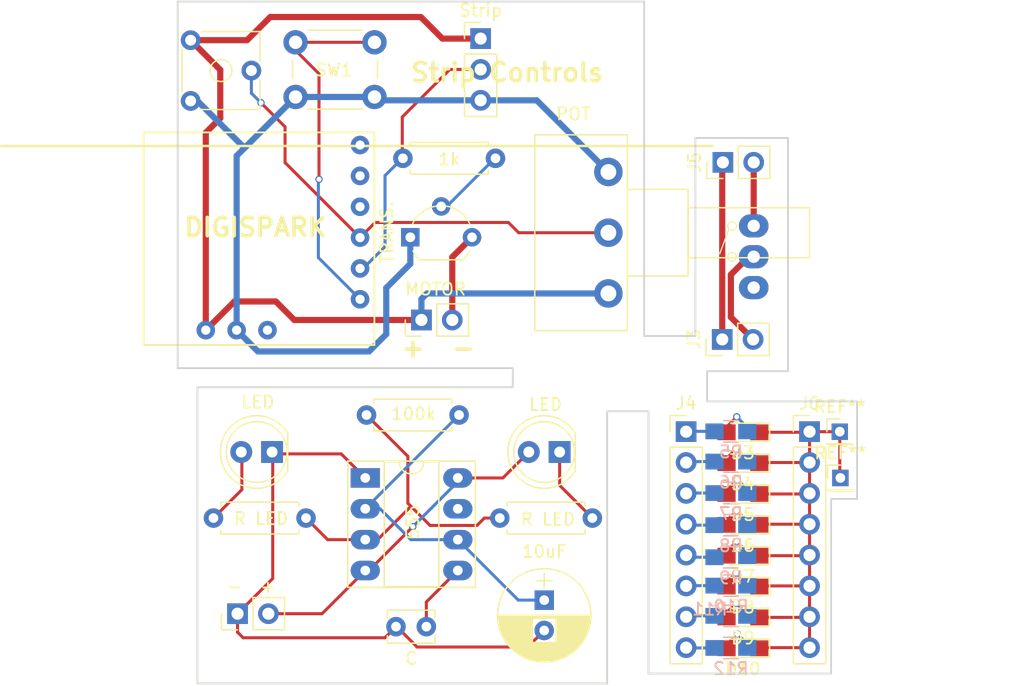
<source format=kicad_pcb>
(kicad_pcb (version 4) (host pcbnew 4.0.7)

  (general
    (links 70)
    (no_connects 0)
    (area 152.249199 43.431 236.637201 100.2806)
    (thickness 1.6)
    (drawings 27)
    (tracks 196)
    (zones 0)
    (modules 40)
    (nets 41)
  )

  (page A4)
  (layers
    (0 F.Cu signal)
    (31 B.Cu signal)
    (32 B.Adhes user)
    (33 F.Adhes user)
    (34 B.Paste user)
    (35 F.Paste user)
    (36 B.SilkS user)
    (37 F.SilkS user)
    (38 B.Mask user)
    (39 F.Mask user)
    (40 Dwgs.User user)
    (41 Cmts.User user)
    (42 Eco1.User user)
    (43 Eco2.User user)
    (44 Edge.Cuts user)
    (45 Margin user)
    (46 B.CrtYd user)
    (47 F.CrtYd user)
    (48 B.Fab user)
    (49 F.Fab user)
  )

  (setup
    (last_trace_width 0.25)
    (user_trace_width 0.508)
    (trace_clearance 0.2)
    (zone_clearance 0.508)
    (zone_45_only no)
    (trace_min 0.2)
    (segment_width 0.2)
    (edge_width 0.15)
    (via_size 0.6)
    (via_drill 0.4)
    (via_min_size 0.4)
    (via_min_drill 0.3)
    (uvia_size 0.3)
    (uvia_drill 0.1)
    (uvias_allowed no)
    (uvia_min_size 0.2)
    (uvia_min_drill 0.1)
    (pcb_text_width 0.3)
    (pcb_text_size 1.5 1.5)
    (mod_edge_width 0.15)
    (mod_text_size 1 1)
    (mod_text_width 0.15)
    (pad_size 1.35 1.35)
    (pad_drill 0.8)
    (pad_to_mask_clearance 0.2)
    (aux_axis_origin 0 0)
    (visible_elements 7FFFFFFF)
    (pcbplotparams
      (layerselection 0x310fc_80000001)
      (usegerberextensions false)
      (excludeedgelayer true)
      (linewidth 0.100000)
      (plotframeref false)
      (viasonmask false)
      (mode 1)
      (useauxorigin false)
      (hpglpennumber 1)
      (hpglpenspeed 20)
      (hpglpendiameter 15)
      (hpglpenoverlay 2)
      (psnegative false)
      (psa4output false)
      (plotreference true)
      (plotvalue true)
      (plotinvisibletext false)
      (padsonsilk false)
      (subtractmaskfromsilk false)
      (outputformat 1)
      (mirror false)
      (drillshape 0)
      (scaleselection 1)
      (outputdirectory gerber/))
  )

  (net 0 "")
  (net 1 "Net-(C1-Pad1)")
  (net 2 "Net-(C1-Pad2)")
  (net 3 "Net-(C2-Pad1)")
  (net 4 "Net-(D1-Pad1)")
  (net 5 "Net-(D1-Pad2)")
  (net 6 "Net-(D2-Pad2)")
  (net 7 "Net-(D10-Pad1)")
  (net 8 "Net-(D3-Pad2)")
  (net 9 "Net-(D4-Pad2)")
  (net 10 "Net-(D5-Pad2)")
  (net 11 "Net-(D6-Pad2)")
  (net 12 "Net-(D7-Pad2)")
  (net 13 "Net-(D8-Pad2)")
  (net 14 "Net-(D9-Pad2)")
  (net 15 "Net-(D10-Pad2)")
  (net 16 "Net-(J2-Pad1)")
  (net 17 "Net-(J2-Pad2)")
  (net 18 "Net-(J3-Pad1)")
  (net 19 "Net-(J3-Pad2)")
  (net 20 "Net-(J4-Pad1)")
  (net 21 "Net-(J4-Pad2)")
  (net 22 "Net-(J4-Pad3)")
  (net 23 "Net-(J4-Pad4)")
  (net 24 "Net-(J4-Pad5)")
  (net 25 "Net-(J4-Pad6)")
  (net 26 "Net-(J4-Pad7)")
  (net 27 "Net-(J4-Pad8)")
  (net 28 "Net-(Q1-Pad2)")
  (net 29 "Net-(Q1-Pad1)")
  (net 30 "Net-(R1-Pad2)")
  (net 31 "Net-(R2-Pad1)")
  (net 32 "Net-(RV1-Pad2)")
  (net 33 "Net-(SW1-Pad1)")
  (net 34 "Net-(SW2-Pad3)")
  (net 35 "Net-(U1-Pad5)")
  (net 36 "Net-(U1-Pad4)")
  (net 37 "Net-(U1-Pad3)")
  (net 38 "Net-(U1-Pad8)")
  (net 39 "Net-(U3-Pad7)")
  (net 40 "Net-(J5-Pad2)")

  (net_class Default "This is the default net class."
    (clearance 0.2)
    (trace_width 0.25)
    (via_dia 0.6)
    (via_drill 0.4)
    (uvia_dia 0.3)
    (uvia_drill 0.1)
    (add_net "Net-(C1-Pad1)")
    (add_net "Net-(C1-Pad2)")
    (add_net "Net-(C2-Pad1)")
    (add_net "Net-(D1-Pad1)")
    (add_net "Net-(D1-Pad2)")
    (add_net "Net-(D10-Pad1)")
    (add_net "Net-(D10-Pad2)")
    (add_net "Net-(D2-Pad2)")
    (add_net "Net-(D3-Pad2)")
    (add_net "Net-(D4-Pad2)")
    (add_net "Net-(D5-Pad2)")
    (add_net "Net-(D6-Pad2)")
    (add_net "Net-(D7-Pad2)")
    (add_net "Net-(D8-Pad2)")
    (add_net "Net-(D9-Pad2)")
    (add_net "Net-(J2-Pad1)")
    (add_net "Net-(J2-Pad2)")
    (add_net "Net-(J3-Pad1)")
    (add_net "Net-(J3-Pad2)")
    (add_net "Net-(J4-Pad1)")
    (add_net "Net-(J4-Pad2)")
    (add_net "Net-(J4-Pad3)")
    (add_net "Net-(J4-Pad4)")
    (add_net "Net-(J4-Pad5)")
    (add_net "Net-(J4-Pad6)")
    (add_net "Net-(J4-Pad7)")
    (add_net "Net-(J4-Pad8)")
    (add_net "Net-(J5-Pad2)")
    (add_net "Net-(Q1-Pad1)")
    (add_net "Net-(Q1-Pad2)")
    (add_net "Net-(R1-Pad2)")
    (add_net "Net-(R2-Pad1)")
    (add_net "Net-(RV1-Pad2)")
    (add_net "Net-(SW1-Pad1)")
    (add_net "Net-(SW2-Pad3)")
    (add_net "Net-(U1-Pad3)")
    (add_net "Net-(U1-Pad4)")
    (add_net "Net-(U1-Pad5)")
    (add_net "Net-(U1-Pad8)")
    (add_net "Net-(U3-Pad7)")
  )

  (module rocketlib:ATTINY85 (layer F.Cu) (tedit 5C0BA1A7) (tstamp 5C0BA408)
    (at 160.0708 54.4576)
    (path /5C0B9618)
    (fp_text reference U1 (at -0.4572 -6.858) (layer F.SilkS) hide
      (effects (font (size 1.2 1.2) (thickness 0.15)))
    )
    (fp_text value ATTINY85 (at 12.4968 7.7724 90) (layer F.Fab)
      (effects (font (size 1.2 1.2) (thickness 0.15)))
    )
    (fp_line (start 4 0) (end 23 0) (layer F.SilkS) (width 0.15))
    (fp_line (start 23 0) (end 23 17.5) (layer F.SilkS) (width 0.15))
    (fp_line (start 23 17.5) (end 4 17.5) (layer F.SilkS) (width 0.15))
    (fp_line (start 4 17.5) (end 4 0) (layer F.SilkS) (width 0.15))
    (pad 5 thru_hole circle (at 21.82 1.04) (size 1.524 1.524) (drill 0.762) (layers *.Cu *.Mask)
      (net 35 "Net-(U1-Pad5)"))
    (pad 4 thru_hole circle (at 21.82 3.58) (size 1.524 1.524) (drill 0.762) (layers *.Cu *.Mask)
      (net 36 "Net-(U1-Pad4)"))
    (pad 3 thru_hole circle (at 21.82 6.12) (size 1.524 1.524) (drill 0.762) (layers *.Cu *.Mask)
      (net 37 "Net-(U1-Pad3)"))
    (pad 2 thru_hole circle (at 21.82 8.66) (size 1.524 1.524) (drill 0.762) (layers *.Cu *.Mask)
      (net 32 "Net-(RV1-Pad2)"))
    (pad 1 thru_hole circle (at 21.82 11.2) (size 1.524 1.524) (drill 0.762) (layers *.Cu *.Mask)
      (net 30 "Net-(R1-Pad2)"))
    (pad 0 thru_hole circle (at 21.82 13.74) (size 1.524 1.524) (drill 0.762) (layers *.Cu *.Mask)
      (net 33 "Net-(SW1-Pad1)"))
    (pad 8 thru_hole circle (at 14.2 16.28) (size 1.524 1.524) (drill 0.762) (layers *.Cu *.Mask)
      (net 38 "Net-(U1-Pad8)"))
    (pad 7 thru_hole circle (at 11.66 16.28) (size 1.524 1.524) (drill 0.762) (layers *.Cu *.Mask)
      (net 29 "Net-(Q1-Pad1)"))
    (pad 6 thru_hole circle (at 9.12 16.28) (size 1.524 1.524) (drill 0.762) (layers *.Cu *.Mask)
      (net 16 "Net-(J2-Pad1)"))
  )

  (module Potentiometers:Potentiometer_Piher_T16H_Single_Vertical (layer F.Cu) (tedit 5C0BA1BD) (tstamp 5C0BA3B7)
    (at 202.3364 67.7164)
    (descr "Potentiometer, vertically mounted, Omeg PC16PU, Omeg PC16PU, Omeg PC16PU, Vishay/Spectrol 248GJ/249GJ Single, Vishay/Spectrol 248GJ/249GJ Single, Vishay/Spectrol 248GJ/249GJ Single, Vishay/Spectrol 248GH/249GH Single, Vishay/Spectrol 148/149 Single, Vishay/Spectrol 148/149 Single, Vishay/Spectrol 148/149 Single, Vishay/Spectrol 148A/149A Single with mounting plates, Vishay/Spectrol 148/149 Double, Vishay/Spectrol 148A/149A Double with mounting plates, Piher PC-16 Single, Piher PC-16 Single, Piher PC-16 Single, Piher PC-16SV Single, Piher PC-16 Double, Piher PC-16 Triple, Piher T16H Single, http://www.piher-nacesa.com/pdf/22-T16v03.pdf")
    (tags "Potentiometer vertical  Omeg PC16PU  Omeg PC16PU  Omeg PC16PU  Vishay/Spectrol 248GJ/249GJ Single  Vishay/Spectrol 248GJ/249GJ Single  Vishay/Spectrol 248GJ/249GJ Single  Vishay/Spectrol 248GH/249GH Single  Vishay/Spectrol 148/149 Single  Vishay/Spectrol 148/149 Single  Vishay/Spectrol 148/149 Single  Vishay/Spectrol 148A/149A Single with mounting plates  Vishay/Spectrol 148/149 Double  Vishay/Spectrol 148A/149A Double with mounting plates  Piher PC-16 Single  Piher PC-16 Single  Piher PC-16 Single  Piher PC-16SV Single  Piher PC-16 Double  Piher PC-16 Triple  Piher T16H Single")
    (path /5C0BACE1)
    (fp_text reference POT (at -2.8956 -14.7828) (layer F.SilkS)
      (effects (font (size 1 1) (thickness 0.15)))
    )
    (fp_text value POT (at 0 4.25) (layer F.Fab)
      (effects (font (size 1 1) (thickness 0.15)))
    )
    (fp_line (start -6 -13) (end -6 3) (layer F.Fab) (width 0.1))
    (fp_line (start -6 3) (end 1.5 3) (layer F.Fab) (width 0.1))
    (fp_line (start 1.5 3) (end 1.5 -13) (layer F.Fab) (width 0.1))
    (fp_line (start 1.5 -13) (end -6 -13) (layer F.Fab) (width 0.1))
    (fp_line (start 1.5 -8.5) (end 1.5 -1.5) (layer F.Fab) (width 0.1))
    (fp_line (start 1.5 -1.5) (end 6.5 -1.5) (layer F.Fab) (width 0.1))
    (fp_line (start 6.5 -1.5) (end 6.5 -8.5) (layer F.Fab) (width 0.1))
    (fp_line (start 6.5 -8.5) (end 1.5 -8.5) (layer F.Fab) (width 0.1))
    (fp_line (start 6.5 -7) (end 6.5 -3) (layer F.Fab) (width 0.1))
    (fp_line (start 6.5 -3) (end 16.5 -3) (layer F.Fab) (width 0.1))
    (fp_line (start 16.5 -3) (end 16.5 -7) (layer F.Fab) (width 0.1))
    (fp_line (start 16.5 -7) (end 6.5 -7) (layer F.Fab) (width 0.1))
    (fp_line (start -6.06 -13.06) (end 1.561 -13.06) (layer F.SilkS) (width 0.12))
    (fp_line (start -6.06 3.06) (end 1.561 3.06) (layer F.SilkS) (width 0.12))
    (fp_line (start -6.06 -13.06) (end -6.06 3.06) (layer F.SilkS) (width 0.12))
    (fp_line (start 1.561 -13.06) (end 1.561 3.06) (layer F.SilkS) (width 0.12))
    (fp_line (start 1.561 -8.56) (end 6.56 -8.56) (layer F.SilkS) (width 0.12))
    (fp_line (start 1.561 -1.44) (end 6.56 -1.44) (layer F.SilkS) (width 0.12))
    (fp_line (start 1.561 -8.56) (end 1.561 -1.44) (layer F.SilkS) (width 0.12))
    (fp_line (start 6.56 -8.56) (end 6.56 -1.44) (layer F.SilkS) (width 0.12))
    (fp_line (start 6.56 -7.06) (end 16.561 -7.06) (layer F.SilkS) (width 0.12))
    (fp_line (start 6.56 -2.94) (end 16.561 -2.94) (layer F.SilkS) (width 0.12))
    (fp_line (start 6.56 -7.06) (end 6.56 -2.94) (layer F.SilkS) (width 0.12))
    (fp_line (start 16.561 -7.06) (end 16.561 -2.94) (layer F.SilkS) (width 0.12))
    (fp_line (start -6.25 -13.25) (end -6.25 3.25) (layer F.CrtYd) (width 0.05))
    (fp_line (start -6.25 3.25) (end 16.75 3.25) (layer F.CrtYd) (width 0.05))
    (fp_line (start 16.75 3.25) (end 16.75 -13.25) (layer F.CrtYd) (width 0.05))
    (fp_line (start 16.75 -13.25) (end -6.25 -13.25) (layer F.CrtYd) (width 0.05))
    (pad 3 thru_hole circle (at 0 -10) (size 2.34 2.34) (drill 1.3) (layers *.Cu *.Mask)
      (net 29 "Net-(Q1-Pad1)"))
    (pad 2 thru_hole circle (at 0 -5) (size 2.34 2.34) (drill 1.3) (layers *.Cu *.Mask)
      (net 32 "Net-(RV1-Pad2)"))
    (pad 1 thru_hole circle (at 0 0) (size 2.34 2.34) (drill 1.3) (layers *.Cu *.Mask)
      (net 16 "Net-(J2-Pad1)"))
    (model Potentiometers.3dshapes/Potentiometer_Piher_T16H_Single_Vertical.wrl
      (at (xyz 0 0 0))
      (scale (xyz 0.393701 0.393701 0.393701))
      (rotate (xyz 0 0 0))
    )
  )

  (module Pin_Headers:Pin_Header_Straight_1x01_Pitch2.00mm (layer F.Cu) (tedit 5C0BA7F3) (tstamp 5C0BCE44)
    (at 221.4372 82.9056)
    (descr "Through hole straight pin header, 1x01, 2.00mm pitch, single row")
    (tags "Through hole pin header THT 1x01 2.00mm single row")
    (fp_text reference REF** (at 0 -2.06) (layer F.SilkS)
      (effects (font (size 1 1) (thickness 0.15)))
    )
    (fp_text value Pin_Header_Straight_1x01_Pitch2.00mm (at 0 2.06) (layer F.Fab)
      (effects (font (size 1 1) (thickness 0.15)))
    )
    (fp_line (start -0.5 -1) (end 1 -1) (layer F.Fab) (width 0.1))
    (fp_line (start 1 -1) (end 1 1) (layer F.Fab) (width 0.1))
    (fp_line (start 1 1) (end -1 1) (layer F.Fab) (width 0.1))
    (fp_line (start -1 1) (end -1 -0.5) (layer F.Fab) (width 0.1))
    (fp_line (start -1 -0.5) (end -0.5 -1) (layer F.Fab) (width 0.1))
    (fp_line (start -1.06 1.06) (end 1.06 1.06) (layer F.SilkS) (width 0.12))
    (fp_line (start -1.06 1) (end -1.06 1.06) (layer F.SilkS) (width 0.12))
    (fp_line (start 1.06 1) (end 1.06 1.06) (layer F.SilkS) (width 0.12))
    (fp_line (start -1.06 1) (end 1.06 1) (layer F.SilkS) (width 0.12))
    (fp_line (start -1.06 0) (end -1.06 -1.06) (layer F.SilkS) (width 0.12))
    (fp_line (start -1.06 -1.06) (end 0 -1.06) (layer F.SilkS) (width 0.12))
    (fp_line (start -1.5 -1.5) (end -1.5 1.5) (layer F.CrtYd) (width 0.05))
    (fp_line (start -1.5 1.5) (end 1.5 1.5) (layer F.CrtYd) (width 0.05))
    (fp_line (start 1.5 1.5) (end 1.5 -1.5) (layer F.CrtYd) (width 0.05))
    (fp_line (start 1.5 -1.5) (end -1.5 -1.5) (layer F.CrtYd) (width 0.05))
    (fp_text user %R (at 0 0 90) (layer F.Fab)
      (effects (font (size 1 1) (thickness 0.15)))
    )
    (pad 1 thru_hole rect (at 0 0) (size 1.35 1.35) (drill 0.8) (layers *.Cu *.Mask)
      (net 7 "Net-(D10-Pad1)"))
    (model ${KISYS3DMOD}/Pin_Headers.3dshapes/Pin_Header_Straight_1x01_Pitch2.00mm.wrl
      (at (xyz 0 0 0))
      (scale (xyz 1 1 1))
      (rotate (xyz 0 0 0))
    )
  )

  (module Capacitors_THT:C_Disc_D3.8mm_W2.6mm_P2.50mm (layer F.Cu) (tedit 5C0BA0A6) (tstamp 5C0BA07C)
    (at 187.3504 95.1484 180)
    (descr "C, Disc series, Radial, pin pitch=2.50mm, , diameter*width=3.8*2.6mm^2, Capacitor, http://www.vishay.com/docs/45233/krseries.pdf")
    (tags "C Disc series Radial pin pitch 2.50mm  diameter 3.8mm width 2.6mm Capacitor")
    (path /5C0BBCDB)
    (fp_text reference C (at 1.25 -2.61 180) (layer F.SilkS)
      (effects (font (size 1 1) (thickness 0.15)))
    )
    (fp_text value C (at 1.25 2.61 180) (layer F.Fab)
      (effects (font (size 1 1) (thickness 0.15)))
    )
    (fp_line (start -0.65 -1.3) (end -0.65 1.3) (layer F.Fab) (width 0.1))
    (fp_line (start -0.65 1.3) (end 3.15 1.3) (layer F.Fab) (width 0.1))
    (fp_line (start 3.15 1.3) (end 3.15 -1.3) (layer F.Fab) (width 0.1))
    (fp_line (start 3.15 -1.3) (end -0.65 -1.3) (layer F.Fab) (width 0.1))
    (fp_line (start -0.71 -1.36) (end 3.21 -1.36) (layer F.SilkS) (width 0.12))
    (fp_line (start -0.71 1.36) (end 3.21 1.36) (layer F.SilkS) (width 0.12))
    (fp_line (start -0.71 -1.36) (end -0.71 -0.75) (layer F.SilkS) (width 0.12))
    (fp_line (start -0.71 0.75) (end -0.71 1.36) (layer F.SilkS) (width 0.12))
    (fp_line (start 3.21 -1.36) (end 3.21 -0.75) (layer F.SilkS) (width 0.12))
    (fp_line (start 3.21 0.75) (end 3.21 1.36) (layer F.SilkS) (width 0.12))
    (fp_line (start -1.05 -1.65) (end -1.05 1.65) (layer F.CrtYd) (width 0.05))
    (fp_line (start -1.05 1.65) (end 3.55 1.65) (layer F.CrtYd) (width 0.05))
    (fp_line (start 3.55 1.65) (end 3.55 -1.65) (layer F.CrtYd) (width 0.05))
    (fp_line (start 3.55 -1.65) (end -1.05 -1.65) (layer F.CrtYd) (width 0.05))
    (fp_text user %R (at 1.25 0 180) (layer F.Fab)
      (effects (font (size 1 1) (thickness 0.15)))
    )
    (pad 1 thru_hole circle (at 0 0 180) (size 1.6 1.6) (drill 0.8) (layers *.Cu *.Mask)
      (net 1 "Net-(C1-Pad1)"))
    (pad 2 thru_hole circle (at 2.5 0 180) (size 1.6 1.6) (drill 0.8) (layers *.Cu *.Mask)
      (net 2 "Net-(C1-Pad2)"))
    (model ${KISYS3DMOD}/Capacitors_THT.3dshapes/C_Disc_D3.8mm_W2.6mm_P2.50mm.wrl
      (at (xyz 0 0 0))
      (scale (xyz 1 1 1))
      (rotate (xyz 0 0 0))
    )
  )

  (module LEDs:LED_D5.0mm (layer F.Cu) (tedit 5C0BAEB8) (tstamp 5C0BA15C)
    (at 198.3232 80.772 180)
    (descr "LED, diameter 5.0mm, 2 pins, http://cdn-reichelt.de/documents/datenblatt/A500/LL-504BC2E-009.pdf")
    (tags "LED diameter 5.0mm 2 pins")
    (path /5C0BC6B6)
    (fp_text reference LED (at 1.1684 3.9116 180) (layer F.SilkS)
      (effects (font (size 1 1) (thickness 0.15)))
    )
    (fp_text value LED (at 1.27 3.96 180) (layer F.Fab)
      (effects (font (size 1 1) (thickness 0.15)))
    )
    (fp_arc (start 1.27 0) (end -1.23 -1.469694) (angle 299.1) (layer F.Fab) (width 0.1))
    (fp_arc (start 1.27 0) (end -1.29 -1.54483) (angle 148.9) (layer F.SilkS) (width 0.12))
    (fp_arc (start 1.27 0) (end -1.29 1.54483) (angle -148.9) (layer F.SilkS) (width 0.12))
    (fp_circle (center 1.27 0) (end 3.77 0) (layer F.Fab) (width 0.1))
    (fp_circle (center 1.27 0) (end 3.77 0) (layer F.SilkS) (width 0.12))
    (fp_line (start -1.23 -1.469694) (end -1.23 1.469694) (layer F.Fab) (width 0.1))
    (fp_line (start -1.29 -1.545) (end -1.29 1.545) (layer F.SilkS) (width 0.12))
    (fp_line (start -1.95 -3.25) (end -1.95 3.25) (layer F.CrtYd) (width 0.05))
    (fp_line (start -1.95 3.25) (end 4.5 3.25) (layer F.CrtYd) (width 0.05))
    (fp_line (start 4.5 3.25) (end 4.5 -3.25) (layer F.CrtYd) (width 0.05))
    (fp_line (start 4.5 -3.25) (end -1.95 -3.25) (layer F.CrtYd) (width 0.05))
    (fp_text user %R (at 1.25 0 180) (layer F.Fab)
      (effects (font (size 0.8 0.8) (thickness 0.2)))
    )
    (pad 1 thru_hole rect (at 0 0 180) (size 1.8 1.8) (drill 0.9) (layers *.Cu *.Mask)
      (net 4 "Net-(D1-Pad1)"))
    (pad 2 thru_hole circle (at 2.54 0 180) (size 1.8 1.8) (drill 0.9) (layers *.Cu *.Mask)
      (net 5 "Net-(D1-Pad2)"))
    (model ${KISYS3DMOD}/LEDs.3dshapes/LED_D5.0mm.wrl
      (at (xyz 0 0 0))
      (scale (xyz 0.393701 0.393701 0.393701))
      (rotate (xyz 0 0 0))
    )
  )

  (module LEDs:LED_D5.0mm (layer F.Cu) (tedit 5C0BAEB2) (tstamp 5C0BA16E)
    (at 174.6504 80.772 180)
    (descr "LED, diameter 5.0mm, 2 pins, http://cdn-reichelt.de/documents/datenblatt/A500/LL-504BC2E-009.pdf")
    (tags "LED diameter 5.0mm 2 pins")
    (path /5C0BCA53)
    (fp_text reference LED (at 1.1684 4.1148 180) (layer F.SilkS)
      (effects (font (size 1 1) (thickness 0.15)))
    )
    (fp_text value LED (at 1.27 3.96 180) (layer F.Fab)
      (effects (font (size 1 1) (thickness 0.15)))
    )
    (fp_arc (start 1.27 0) (end -1.23 -1.469694) (angle 299.1) (layer F.Fab) (width 0.1))
    (fp_arc (start 1.27 0) (end -1.29 -1.54483) (angle 148.9) (layer F.SilkS) (width 0.12))
    (fp_arc (start 1.27 0) (end -1.29 1.54483) (angle -148.9) (layer F.SilkS) (width 0.12))
    (fp_circle (center 1.27 0) (end 3.77 0) (layer F.Fab) (width 0.1))
    (fp_circle (center 1.27 0) (end 3.77 0) (layer F.SilkS) (width 0.12))
    (fp_line (start -1.23 -1.469694) (end -1.23 1.469694) (layer F.Fab) (width 0.1))
    (fp_line (start -1.29 -1.545) (end -1.29 1.545) (layer F.SilkS) (width 0.12))
    (fp_line (start -1.95 -3.25) (end -1.95 3.25) (layer F.CrtYd) (width 0.05))
    (fp_line (start -1.95 3.25) (end 4.5 3.25) (layer F.CrtYd) (width 0.05))
    (fp_line (start 4.5 3.25) (end 4.5 -3.25) (layer F.CrtYd) (width 0.05))
    (fp_line (start 4.5 -3.25) (end -1.95 -3.25) (layer F.CrtYd) (width 0.05))
    (fp_text user %R (at 1.016 0.1524 180) (layer F.Fab)
      (effects (font (size 0.8 0.8) (thickness 0.2)))
    )
    (pad 1 thru_hole rect (at 0 0 180) (size 1.8 1.8) (drill 0.9) (layers *.Cu *.Mask)
      (net 2 "Net-(C1-Pad2)"))
    (pad 2 thru_hole circle (at 2.54 0 180) (size 1.8 1.8) (drill 0.9) (layers *.Cu *.Mask)
      (net 6 "Net-(D2-Pad2)"))
    (model ${KISYS3DMOD}/LEDs.3dshapes/LED_D5.0mm.wrl
      (at (xyz 0 0 0))
      (scale (xyz 0.393701 0.393701 0.393701))
      (rotate (xyz 0 0 0))
    )
  )

  (module LEDs:LED_0805_HandSoldering (layer F.Cu) (tedit 595FCA25) (tstamp 5C0BA183)
    (at 213.4108 79.1464 180)
    (descr "Resistor SMD 0805, hand soldering")
    (tags "resistor 0805")
    (path /5C0B9B0C)
    (attr smd)
    (fp_text reference D3 (at 0 -1.7 180) (layer F.SilkS)
      (effects (font (size 1 1) (thickness 0.15)))
    )
    (fp_text value LED (at 0 1.75 180) (layer F.Fab)
      (effects (font (size 1 1) (thickness 0.15)))
    )
    (fp_line (start -0.4 -0.4) (end -0.4 0.4) (layer F.Fab) (width 0.1))
    (fp_line (start -0.4 0) (end 0.2 -0.4) (layer F.Fab) (width 0.1))
    (fp_line (start 0.2 0.4) (end -0.4 0) (layer F.Fab) (width 0.1))
    (fp_line (start 0.2 -0.4) (end 0.2 0.4) (layer F.Fab) (width 0.1))
    (fp_line (start -1 0.62) (end -1 -0.62) (layer F.Fab) (width 0.1))
    (fp_line (start 1 0.62) (end -1 0.62) (layer F.Fab) (width 0.1))
    (fp_line (start 1 -0.62) (end 1 0.62) (layer F.Fab) (width 0.1))
    (fp_line (start -1 -0.62) (end 1 -0.62) (layer F.Fab) (width 0.1))
    (fp_line (start 1 0.75) (end -2.2 0.75) (layer F.SilkS) (width 0.12))
    (fp_line (start -2.2 -0.75) (end 1 -0.75) (layer F.SilkS) (width 0.12))
    (fp_line (start -2.35 -0.9) (end 2.35 -0.9) (layer F.CrtYd) (width 0.05))
    (fp_line (start -2.35 -0.9) (end -2.35 0.9) (layer F.CrtYd) (width 0.05))
    (fp_line (start 2.35 0.9) (end 2.35 -0.9) (layer F.CrtYd) (width 0.05))
    (fp_line (start 2.35 0.9) (end -2.35 0.9) (layer F.CrtYd) (width 0.05))
    (fp_line (start -2.2 -0.75) (end -2.2 0.75) (layer F.SilkS) (width 0.12))
    (pad 1 smd rect (at -1.35 0 180) (size 1.5 1.3) (layers F.Cu F.Paste F.Mask)
      (net 7 "Net-(D10-Pad1)"))
    (pad 2 smd rect (at 1.35 0 180) (size 1.5 1.3) (layers F.Cu F.Paste F.Mask)
      (net 8 "Net-(D3-Pad2)"))
    (model ${KISYS3DMOD}/LEDs.3dshapes/LED_0805.wrl
      (at (xyz 0 0 0))
      (scale (xyz 1 1 1))
      (rotate (xyz 0 0 0))
    )
  )

  (module LEDs:LED_0805_HandSoldering (layer F.Cu) (tedit 595FCA25) (tstamp 5C0BA198)
    (at 213.4108 81.6864 180)
    (descr "Resistor SMD 0805, hand soldering")
    (tags "resistor 0805")
    (path /5C0B9B06)
    (attr smd)
    (fp_text reference D4 (at 0 -1.7 180) (layer F.SilkS)
      (effects (font (size 1 1) (thickness 0.15)))
    )
    (fp_text value LED (at 0 1.75 180) (layer F.Fab)
      (effects (font (size 1 1) (thickness 0.15)))
    )
    (fp_line (start -0.4 -0.4) (end -0.4 0.4) (layer F.Fab) (width 0.1))
    (fp_line (start -0.4 0) (end 0.2 -0.4) (layer F.Fab) (width 0.1))
    (fp_line (start 0.2 0.4) (end -0.4 0) (layer F.Fab) (width 0.1))
    (fp_line (start 0.2 -0.4) (end 0.2 0.4) (layer F.Fab) (width 0.1))
    (fp_line (start -1 0.62) (end -1 -0.62) (layer F.Fab) (width 0.1))
    (fp_line (start 1 0.62) (end -1 0.62) (layer F.Fab) (width 0.1))
    (fp_line (start 1 -0.62) (end 1 0.62) (layer F.Fab) (width 0.1))
    (fp_line (start -1 -0.62) (end 1 -0.62) (layer F.Fab) (width 0.1))
    (fp_line (start 1 0.75) (end -2.2 0.75) (layer F.SilkS) (width 0.12))
    (fp_line (start -2.2 -0.75) (end 1 -0.75) (layer F.SilkS) (width 0.12))
    (fp_line (start -2.35 -0.9) (end 2.35 -0.9) (layer F.CrtYd) (width 0.05))
    (fp_line (start -2.35 -0.9) (end -2.35 0.9) (layer F.CrtYd) (width 0.05))
    (fp_line (start 2.35 0.9) (end 2.35 -0.9) (layer F.CrtYd) (width 0.05))
    (fp_line (start 2.35 0.9) (end -2.35 0.9) (layer F.CrtYd) (width 0.05))
    (fp_line (start -2.2 -0.75) (end -2.2 0.75) (layer F.SilkS) (width 0.12))
    (pad 1 smd rect (at -1.35 0 180) (size 1.5 1.3) (layers F.Cu F.Paste F.Mask)
      (net 7 "Net-(D10-Pad1)"))
    (pad 2 smd rect (at 1.35 0 180) (size 1.5 1.3) (layers F.Cu F.Paste F.Mask)
      (net 9 "Net-(D4-Pad2)"))
    (model ${KISYS3DMOD}/LEDs.3dshapes/LED_0805.wrl
      (at (xyz 0 0 0))
      (scale (xyz 1 1 1))
      (rotate (xyz 0 0 0))
    )
  )

  (module LEDs:LED_0805_HandSoldering (layer F.Cu) (tedit 595FCA25) (tstamp 5C0BA1AD)
    (at 213.4108 84.2264 180)
    (descr "Resistor SMD 0805, hand soldering")
    (tags "resistor 0805")
    (path /5C0B9B18)
    (attr smd)
    (fp_text reference D5 (at 0 -1.7 180) (layer F.SilkS)
      (effects (font (size 1 1) (thickness 0.15)))
    )
    (fp_text value LED (at 0 1.75 180) (layer F.Fab)
      (effects (font (size 1 1) (thickness 0.15)))
    )
    (fp_line (start -0.4 -0.4) (end -0.4 0.4) (layer F.Fab) (width 0.1))
    (fp_line (start -0.4 0) (end 0.2 -0.4) (layer F.Fab) (width 0.1))
    (fp_line (start 0.2 0.4) (end -0.4 0) (layer F.Fab) (width 0.1))
    (fp_line (start 0.2 -0.4) (end 0.2 0.4) (layer F.Fab) (width 0.1))
    (fp_line (start -1 0.62) (end -1 -0.62) (layer F.Fab) (width 0.1))
    (fp_line (start 1 0.62) (end -1 0.62) (layer F.Fab) (width 0.1))
    (fp_line (start 1 -0.62) (end 1 0.62) (layer F.Fab) (width 0.1))
    (fp_line (start -1 -0.62) (end 1 -0.62) (layer F.Fab) (width 0.1))
    (fp_line (start 1 0.75) (end -2.2 0.75) (layer F.SilkS) (width 0.12))
    (fp_line (start -2.2 -0.75) (end 1 -0.75) (layer F.SilkS) (width 0.12))
    (fp_line (start -2.35 -0.9) (end 2.35 -0.9) (layer F.CrtYd) (width 0.05))
    (fp_line (start -2.35 -0.9) (end -2.35 0.9) (layer F.CrtYd) (width 0.05))
    (fp_line (start 2.35 0.9) (end 2.35 -0.9) (layer F.CrtYd) (width 0.05))
    (fp_line (start 2.35 0.9) (end -2.35 0.9) (layer F.CrtYd) (width 0.05))
    (fp_line (start -2.2 -0.75) (end -2.2 0.75) (layer F.SilkS) (width 0.12))
    (pad 1 smd rect (at -1.35 0 180) (size 1.5 1.3) (layers F.Cu F.Paste F.Mask)
      (net 7 "Net-(D10-Pad1)"))
    (pad 2 smd rect (at 1.35 0 180) (size 1.5 1.3) (layers F.Cu F.Paste F.Mask)
      (net 10 "Net-(D5-Pad2)"))
    (model ${KISYS3DMOD}/LEDs.3dshapes/LED_0805.wrl
      (at (xyz 0 0 0))
      (scale (xyz 1 1 1))
      (rotate (xyz 0 0 0))
    )
  )

  (module LEDs:LED_0805_HandSoldering (layer F.Cu) (tedit 595FCA25) (tstamp 5C0BA1C2)
    (at 213.4108 86.7664 180)
    (descr "Resistor SMD 0805, hand soldering")
    (tags "resistor 0805")
    (path /5C0B9B12)
    (attr smd)
    (fp_text reference D6 (at 0 -1.7 180) (layer F.SilkS)
      (effects (font (size 1 1) (thickness 0.15)))
    )
    (fp_text value LED (at 0 1.75 180) (layer F.Fab)
      (effects (font (size 1 1) (thickness 0.15)))
    )
    (fp_line (start -0.4 -0.4) (end -0.4 0.4) (layer F.Fab) (width 0.1))
    (fp_line (start -0.4 0) (end 0.2 -0.4) (layer F.Fab) (width 0.1))
    (fp_line (start 0.2 0.4) (end -0.4 0) (layer F.Fab) (width 0.1))
    (fp_line (start 0.2 -0.4) (end 0.2 0.4) (layer F.Fab) (width 0.1))
    (fp_line (start -1 0.62) (end -1 -0.62) (layer F.Fab) (width 0.1))
    (fp_line (start 1 0.62) (end -1 0.62) (layer F.Fab) (width 0.1))
    (fp_line (start 1 -0.62) (end 1 0.62) (layer F.Fab) (width 0.1))
    (fp_line (start -1 -0.62) (end 1 -0.62) (layer F.Fab) (width 0.1))
    (fp_line (start 1 0.75) (end -2.2 0.75) (layer F.SilkS) (width 0.12))
    (fp_line (start -2.2 -0.75) (end 1 -0.75) (layer F.SilkS) (width 0.12))
    (fp_line (start -2.35 -0.9) (end 2.35 -0.9) (layer F.CrtYd) (width 0.05))
    (fp_line (start -2.35 -0.9) (end -2.35 0.9) (layer F.CrtYd) (width 0.05))
    (fp_line (start 2.35 0.9) (end 2.35 -0.9) (layer F.CrtYd) (width 0.05))
    (fp_line (start 2.35 0.9) (end -2.35 0.9) (layer F.CrtYd) (width 0.05))
    (fp_line (start -2.2 -0.75) (end -2.2 0.75) (layer F.SilkS) (width 0.12))
    (pad 1 smd rect (at -1.35 0 180) (size 1.5 1.3) (layers F.Cu F.Paste F.Mask)
      (net 7 "Net-(D10-Pad1)"))
    (pad 2 smd rect (at 1.35 0 180) (size 1.5 1.3) (layers F.Cu F.Paste F.Mask)
      (net 11 "Net-(D6-Pad2)"))
    (model ${KISYS3DMOD}/LEDs.3dshapes/LED_0805.wrl
      (at (xyz 0 0 0))
      (scale (xyz 1 1 1))
      (rotate (xyz 0 0 0))
    )
  )

  (module LEDs:LED_0805_HandSoldering (layer F.Cu) (tedit 595FCA25) (tstamp 5C0BA1D7)
    (at 213.4108 89.3064 180)
    (descr "Resistor SMD 0805, hand soldering")
    (tags "resistor 0805")
    (path /5C0B999A)
    (attr smd)
    (fp_text reference D7 (at 0 -1.7 180) (layer F.SilkS)
      (effects (font (size 1 1) (thickness 0.15)))
    )
    (fp_text value LED (at 0 1.75 180) (layer F.Fab)
      (effects (font (size 1 1) (thickness 0.15)))
    )
    (fp_line (start -0.4 -0.4) (end -0.4 0.4) (layer F.Fab) (width 0.1))
    (fp_line (start -0.4 0) (end 0.2 -0.4) (layer F.Fab) (width 0.1))
    (fp_line (start 0.2 0.4) (end -0.4 0) (layer F.Fab) (width 0.1))
    (fp_line (start 0.2 -0.4) (end 0.2 0.4) (layer F.Fab) (width 0.1))
    (fp_line (start -1 0.62) (end -1 -0.62) (layer F.Fab) (width 0.1))
    (fp_line (start 1 0.62) (end -1 0.62) (layer F.Fab) (width 0.1))
    (fp_line (start 1 -0.62) (end 1 0.62) (layer F.Fab) (width 0.1))
    (fp_line (start -1 -0.62) (end 1 -0.62) (layer F.Fab) (width 0.1))
    (fp_line (start 1 0.75) (end -2.2 0.75) (layer F.SilkS) (width 0.12))
    (fp_line (start -2.2 -0.75) (end 1 -0.75) (layer F.SilkS) (width 0.12))
    (fp_line (start -2.35 -0.9) (end 2.35 -0.9) (layer F.CrtYd) (width 0.05))
    (fp_line (start -2.35 -0.9) (end -2.35 0.9) (layer F.CrtYd) (width 0.05))
    (fp_line (start 2.35 0.9) (end 2.35 -0.9) (layer F.CrtYd) (width 0.05))
    (fp_line (start 2.35 0.9) (end -2.35 0.9) (layer F.CrtYd) (width 0.05))
    (fp_line (start -2.2 -0.75) (end -2.2 0.75) (layer F.SilkS) (width 0.12))
    (pad 1 smd rect (at -1.35 0 180) (size 1.5 1.3) (layers F.Cu F.Paste F.Mask)
      (net 7 "Net-(D10-Pad1)"))
    (pad 2 smd rect (at 1.35 0 180) (size 1.5 1.3) (layers F.Cu F.Paste F.Mask)
      (net 12 "Net-(D7-Pad2)"))
    (model ${KISYS3DMOD}/LEDs.3dshapes/LED_0805.wrl
      (at (xyz 0 0 0))
      (scale (xyz 1 1 1))
      (rotate (xyz 0 0 0))
    )
  )

  (module LEDs:LED_0805_HandSoldering (layer F.Cu) (tedit 595FCA25) (tstamp 5C0BA1EC)
    (at 213.4108 91.8464 180)
    (descr "Resistor SMD 0805, hand soldering")
    (tags "resistor 0805")
    (path /5C0B9935)
    (attr smd)
    (fp_text reference D8 (at 0 -1.7 180) (layer F.SilkS)
      (effects (font (size 1 1) (thickness 0.15)))
    )
    (fp_text value LED (at 0 1.75 180) (layer F.Fab)
      (effects (font (size 1 1) (thickness 0.15)))
    )
    (fp_line (start -0.4 -0.4) (end -0.4 0.4) (layer F.Fab) (width 0.1))
    (fp_line (start -0.4 0) (end 0.2 -0.4) (layer F.Fab) (width 0.1))
    (fp_line (start 0.2 0.4) (end -0.4 0) (layer F.Fab) (width 0.1))
    (fp_line (start 0.2 -0.4) (end 0.2 0.4) (layer F.Fab) (width 0.1))
    (fp_line (start -1 0.62) (end -1 -0.62) (layer F.Fab) (width 0.1))
    (fp_line (start 1 0.62) (end -1 0.62) (layer F.Fab) (width 0.1))
    (fp_line (start 1 -0.62) (end 1 0.62) (layer F.Fab) (width 0.1))
    (fp_line (start -1 -0.62) (end 1 -0.62) (layer F.Fab) (width 0.1))
    (fp_line (start 1 0.75) (end -2.2 0.75) (layer F.SilkS) (width 0.12))
    (fp_line (start -2.2 -0.75) (end 1 -0.75) (layer F.SilkS) (width 0.12))
    (fp_line (start -2.35 -0.9) (end 2.35 -0.9) (layer F.CrtYd) (width 0.05))
    (fp_line (start -2.35 -0.9) (end -2.35 0.9) (layer F.CrtYd) (width 0.05))
    (fp_line (start 2.35 0.9) (end 2.35 -0.9) (layer F.CrtYd) (width 0.05))
    (fp_line (start 2.35 0.9) (end -2.35 0.9) (layer F.CrtYd) (width 0.05))
    (fp_line (start -2.2 -0.75) (end -2.2 0.75) (layer F.SilkS) (width 0.12))
    (pad 1 smd rect (at -1.35 0 180) (size 1.5 1.3) (layers F.Cu F.Paste F.Mask)
      (net 7 "Net-(D10-Pad1)"))
    (pad 2 smd rect (at 1.35 0 180) (size 1.5 1.3) (layers F.Cu F.Paste F.Mask)
      (net 13 "Net-(D8-Pad2)"))
    (model ${KISYS3DMOD}/LEDs.3dshapes/LED_0805.wrl
      (at (xyz 0 0 0))
      (scale (xyz 1 1 1))
      (rotate (xyz 0 0 0))
    )
  )

  (module LEDs:LED_0805_HandSoldering (layer F.Cu) (tedit 595FCA25) (tstamp 5C0BA201)
    (at 213.4108 94.3864 180)
    (descr "Resistor SMD 0805, hand soldering")
    (tags "resistor 0805")
    (path /5C0B9A4A)
    (attr smd)
    (fp_text reference D9 (at 0 -1.7 180) (layer F.SilkS)
      (effects (font (size 1 1) (thickness 0.15)))
    )
    (fp_text value LED (at 0 1.75 180) (layer F.Fab)
      (effects (font (size 1 1) (thickness 0.15)))
    )
    (fp_line (start -0.4 -0.4) (end -0.4 0.4) (layer F.Fab) (width 0.1))
    (fp_line (start -0.4 0) (end 0.2 -0.4) (layer F.Fab) (width 0.1))
    (fp_line (start 0.2 0.4) (end -0.4 0) (layer F.Fab) (width 0.1))
    (fp_line (start 0.2 -0.4) (end 0.2 0.4) (layer F.Fab) (width 0.1))
    (fp_line (start -1 0.62) (end -1 -0.62) (layer F.Fab) (width 0.1))
    (fp_line (start 1 0.62) (end -1 0.62) (layer F.Fab) (width 0.1))
    (fp_line (start 1 -0.62) (end 1 0.62) (layer F.Fab) (width 0.1))
    (fp_line (start -1 -0.62) (end 1 -0.62) (layer F.Fab) (width 0.1))
    (fp_line (start 1 0.75) (end -2.2 0.75) (layer F.SilkS) (width 0.12))
    (fp_line (start -2.2 -0.75) (end 1 -0.75) (layer F.SilkS) (width 0.12))
    (fp_line (start -2.35 -0.9) (end 2.35 -0.9) (layer F.CrtYd) (width 0.05))
    (fp_line (start -2.35 -0.9) (end -2.35 0.9) (layer F.CrtYd) (width 0.05))
    (fp_line (start 2.35 0.9) (end 2.35 -0.9) (layer F.CrtYd) (width 0.05))
    (fp_line (start 2.35 0.9) (end -2.35 0.9) (layer F.CrtYd) (width 0.05))
    (fp_line (start -2.2 -0.75) (end -2.2 0.75) (layer F.SilkS) (width 0.12))
    (pad 1 smd rect (at -1.35 0 180) (size 1.5 1.3) (layers F.Cu F.Paste F.Mask)
      (net 7 "Net-(D10-Pad1)"))
    (pad 2 smd rect (at 1.35 0 180) (size 1.5 1.3) (layers F.Cu F.Paste F.Mask)
      (net 14 "Net-(D9-Pad2)"))
    (model ${KISYS3DMOD}/LEDs.3dshapes/LED_0805.wrl
      (at (xyz 0 0 0))
      (scale (xyz 1 1 1))
      (rotate (xyz 0 0 0))
    )
  )

  (module LEDs:LED_0805_HandSoldering (layer F.Cu) (tedit 5C0BA4F6) (tstamp 5C0BA216)
    (at 213.4108 96.9264 180)
    (descr "Resistor SMD 0805, hand soldering")
    (tags "resistor 0805")
    (path /5C0B9A44)
    (attr smd)
    (fp_text reference D10 (at 0 -1.7 180) (layer F.SilkS)
      (effects (font (size 1 1) (thickness 0.15)))
    )
    (fp_text value LED (at -0.855401 0.405 180) (layer F.Fab)
      (effects (font (size 1 1) (thickness 0.15)))
    )
    (fp_line (start -0.4 -0.4) (end -0.4 0.4) (layer F.Fab) (width 0.1))
    (fp_line (start -0.4 0) (end 0.2 -0.4) (layer F.Fab) (width 0.1))
    (fp_line (start 0.2 0.4) (end -0.4 0) (layer F.Fab) (width 0.1))
    (fp_line (start 0.2 -0.4) (end 0.2 0.4) (layer F.Fab) (width 0.1))
    (fp_line (start -1 0.62) (end -1 -0.62) (layer F.Fab) (width 0.1))
    (fp_line (start 1 0.62) (end -1 0.62) (layer F.Fab) (width 0.1))
    (fp_line (start 1 -0.62) (end 1 0.62) (layer F.Fab) (width 0.1))
    (fp_line (start -1 -0.62) (end 1 -0.62) (layer F.Fab) (width 0.1))
    (fp_line (start 1 0.75) (end -2.2 0.75) (layer F.SilkS) (width 0.12))
    (fp_line (start -2.2 -0.75) (end 1 -0.75) (layer F.SilkS) (width 0.12))
    (fp_line (start -2.35 -0.9) (end 2.35 -0.9) (layer F.CrtYd) (width 0.05))
    (fp_line (start -2.35 -0.9) (end -2.35 0.9) (layer F.CrtYd) (width 0.05))
    (fp_line (start 2.35 0.9) (end 2.35 -0.9) (layer F.CrtYd) (width 0.05))
    (fp_line (start 2.35 0.9) (end -2.35 0.9) (layer F.CrtYd) (width 0.05))
    (fp_line (start -2.2 -0.75) (end -2.2 0.75) (layer F.SilkS) (width 0.12))
    (pad 1 smd rect (at -1.35 0 180) (size 1.5 1.3) (layers F.Cu F.Paste F.Mask)
      (net 7 "Net-(D10-Pad1)"))
    (pad 2 smd rect (at 1.35 0 180) (size 1.5 1.3) (layers F.Cu F.Paste F.Mask)
      (net 15 "Net-(D10-Pad2)"))
    (model ${KISYS3DMOD}/LEDs.3dshapes/LED_0805.wrl
      (at (xyz 0 0 0))
      (scale (xyz 1 1 1))
      (rotate (xyz 0 0 0))
    )
  )

  (module Socket_Strips:Socket_Strip_Straight_1x02_Pitch2.54mm (layer F.Cu) (tedit 5C0BA093) (tstamp 5C0BA22B)
    (at 171.8056 94.0816 90)
    (descr "Through hole straight socket strip, 1x02, 2.54mm pitch, single row")
    (tags "Through hole socket strip THT 1x02 2.54mm single row")
    (path /5C0BBA4D)
    (fp_text reference "-  +" (at 2.2352 1.1176 180) (layer F.SilkS)
      (effects (font (size 1 1) (thickness 0.15)))
    )
    (fp_text value Conn_01x02 (at 0 4.87 90) (layer F.Fab)
      (effects (font (size 1 1) (thickness 0.15)))
    )
    (fp_line (start -1.27 -1.27) (end -1.27 3.81) (layer F.Fab) (width 0.1))
    (fp_line (start -1.27 3.81) (end 1.27 3.81) (layer F.Fab) (width 0.1))
    (fp_line (start 1.27 3.81) (end 1.27 -1.27) (layer F.Fab) (width 0.1))
    (fp_line (start 1.27 -1.27) (end -1.27 -1.27) (layer F.Fab) (width 0.1))
    (fp_line (start -1.33 1.27) (end -1.33 3.87) (layer F.SilkS) (width 0.12))
    (fp_line (start -1.33 3.87) (end 1.33 3.87) (layer F.SilkS) (width 0.12))
    (fp_line (start 1.33 3.87) (end 1.33 1.27) (layer F.SilkS) (width 0.12))
    (fp_line (start 1.33 1.27) (end -1.33 1.27) (layer F.SilkS) (width 0.12))
    (fp_line (start -1.33 0) (end -1.33 -1.33) (layer F.SilkS) (width 0.12))
    (fp_line (start -1.33 -1.33) (end 0 -1.33) (layer F.SilkS) (width 0.12))
    (fp_line (start -1.8 -1.8) (end -1.8 4.35) (layer F.CrtYd) (width 0.05))
    (fp_line (start -1.8 4.35) (end 1.8 4.35) (layer F.CrtYd) (width 0.05))
    (fp_line (start 1.8 4.35) (end 1.8 -1.8) (layer F.CrtYd) (width 0.05))
    (fp_line (start 1.8 -1.8) (end -1.8 -1.8) (layer F.CrtYd) (width 0.05))
    (fp_text user %R (at 0 -2.33 90) (layer F.Fab)
      (effects (font (size 1 1) (thickness 0.15)))
    )
    (pad 1 thru_hole rect (at 0 0 90) (size 1.7 1.7) (drill 1) (layers *.Cu *.Mask)
      (net 2 "Net-(C1-Pad2)"))
    (pad 2 thru_hole oval (at 0 2.54 90) (size 1.7 1.7) (drill 1) (layers *.Cu *.Mask)
      (net 5 "Net-(D1-Pad2)"))
    (model ${KISYS3DMOD}/Socket_Strips.3dshapes/Socket_Strip_Straight_1x02_Pitch2.54mm.wrl
      (at (xyz 0 -0.05 0))
      (scale (xyz 1 1 1))
      (rotate (xyz 0 0 270))
    )
  )

  (module Socket_Strips:Socket_Strip_Straight_1x02_Pitch2.54mm (layer F.Cu) (tedit 5C0BA0EB) (tstamp 5C0BA240)
    (at 186.944 69.9008 90)
    (descr "Through hole straight socket strip, 1x02, 2.54mm pitch, single row")
    (tags "Through hole socket strip THT 1x02 2.54mm single row")
    (path /5C0BB2C6)
    (fp_text reference MOTOR (at 2.54 1.1684 180) (layer F.SilkS)
      (effects (font (size 1 1) (thickness 0.15)))
    )
    (fp_text value Conn_01x02 (at 0 4.87 90) (layer F.Fab)
      (effects (font (size 1 1) (thickness 0.15)))
    )
    (fp_line (start -1.27 -1.27) (end -1.27 3.81) (layer F.Fab) (width 0.1))
    (fp_line (start -1.27 3.81) (end 1.27 3.81) (layer F.Fab) (width 0.1))
    (fp_line (start 1.27 3.81) (end 1.27 -1.27) (layer F.Fab) (width 0.1))
    (fp_line (start 1.27 -1.27) (end -1.27 -1.27) (layer F.Fab) (width 0.1))
    (fp_line (start -1.33 1.27) (end -1.33 3.87) (layer F.SilkS) (width 0.12))
    (fp_line (start -1.33 3.87) (end 1.33 3.87) (layer F.SilkS) (width 0.12))
    (fp_line (start 1.33 3.87) (end 1.33 1.27) (layer F.SilkS) (width 0.12))
    (fp_line (start 1.33 1.27) (end -1.33 1.27) (layer F.SilkS) (width 0.12))
    (fp_line (start -1.33 0) (end -1.33 -1.33) (layer F.SilkS) (width 0.12))
    (fp_line (start -1.33 -1.33) (end 0 -1.33) (layer F.SilkS) (width 0.12))
    (fp_line (start -1.8 -1.8) (end -1.8 4.35) (layer F.CrtYd) (width 0.05))
    (fp_line (start -1.8 4.35) (end 1.8 4.35) (layer F.CrtYd) (width 0.05))
    (fp_line (start 1.8 4.35) (end 1.8 -1.8) (layer F.CrtYd) (width 0.05))
    (fp_line (start 1.8 -1.8) (end -1.8 -1.8) (layer F.CrtYd) (width 0.05))
    (fp_text user MOTOR (at 0 -2.33 90) (layer F.Fab)
      (effects (font (size 1 1) (thickness 0.15)))
    )
    (pad 1 thru_hole rect (at 0 0 90) (size 1.7 1.7) (drill 1) (layers *.Cu *.Mask)
      (net 16 "Net-(J2-Pad1)"))
    (pad 2 thru_hole oval (at 0 2.54 90) (size 1.7 1.7) (drill 1) (layers *.Cu *.Mask)
      (net 17 "Net-(J2-Pad2)"))
    (model ${KISYS3DMOD}/Socket_Strips.3dshapes/Socket_Strip_Straight_1x02_Pitch2.54mm.wrl
      (at (xyz 0 -0.05 0))
      (scale (xyz 1 1 1))
      (rotate (xyz 0 0 270))
    )
  )

  (module Socket_Strips:Socket_Strip_Straight_1x02_Pitch2.54mm (layer F.Cu) (tedit 58CD5446) (tstamp 5C0BA255)
    (at 211.709 71.501 90)
    (descr "Through hole straight socket strip, 1x02, 2.54mm pitch, single row")
    (tags "Through hole socket strip THT 1x02 2.54mm single row")
    (path /5C0BD65C)
    (fp_text reference J3 (at 0 -2.33 90) (layer F.SilkS)
      (effects (font (size 1 1) (thickness 0.15)))
    )
    (fp_text value Conn_01x02 (at 0 4.87 90) (layer F.Fab)
      (effects (font (size 1 1) (thickness 0.15)))
    )
    (fp_line (start -1.27 -1.27) (end -1.27 3.81) (layer F.Fab) (width 0.1))
    (fp_line (start -1.27 3.81) (end 1.27 3.81) (layer F.Fab) (width 0.1))
    (fp_line (start 1.27 3.81) (end 1.27 -1.27) (layer F.Fab) (width 0.1))
    (fp_line (start 1.27 -1.27) (end -1.27 -1.27) (layer F.Fab) (width 0.1))
    (fp_line (start -1.33 1.27) (end -1.33 3.87) (layer F.SilkS) (width 0.12))
    (fp_line (start -1.33 3.87) (end 1.33 3.87) (layer F.SilkS) (width 0.12))
    (fp_line (start 1.33 3.87) (end 1.33 1.27) (layer F.SilkS) (width 0.12))
    (fp_line (start 1.33 1.27) (end -1.33 1.27) (layer F.SilkS) (width 0.12))
    (fp_line (start -1.33 0) (end -1.33 -1.33) (layer F.SilkS) (width 0.12))
    (fp_line (start -1.33 -1.33) (end 0 -1.33) (layer F.SilkS) (width 0.12))
    (fp_line (start -1.8 -1.8) (end -1.8 4.35) (layer F.CrtYd) (width 0.05))
    (fp_line (start -1.8 4.35) (end 1.8 4.35) (layer F.CrtYd) (width 0.05))
    (fp_line (start 1.8 4.35) (end 1.8 -1.8) (layer F.CrtYd) (width 0.05))
    (fp_line (start 1.8 -1.8) (end -1.8 -1.8) (layer F.CrtYd) (width 0.05))
    (fp_text user %R (at 0 -2.33 90) (layer F.Fab)
      (effects (font (size 1 1) (thickness 0.15)))
    )
    (pad 1 thru_hole rect (at 0 0 90) (size 1.7 1.7) (drill 1) (layers *.Cu *.Mask)
      (net 18 "Net-(J3-Pad1)"))
    (pad 2 thru_hole oval (at 0 2.54 90) (size 1.7 1.7) (drill 1) (layers *.Cu *.Mask)
      (net 19 "Net-(J3-Pad2)"))
    (model ${KISYS3DMOD}/Socket_Strips.3dshapes/Socket_Strip_Straight_1x02_Pitch2.54mm.wrl
      (at (xyz 0 -0.05 0))
      (scale (xyz 1 1 1))
      (rotate (xyz 0 0 270))
    )
  )

  (module Socket_Strips:Socket_Strip_Straight_1x08_Pitch2.54mm (layer F.Cu) (tedit 58CD5446) (tstamp 5C0BA270)
    (at 208.7372 79.0956)
    (descr "Through hole straight socket strip, 1x08, 2.54mm pitch, single row")
    (tags "Through hole socket strip THT 1x08 2.54mm single row")
    (path /5C0BA66D)
    (fp_text reference J4 (at 0 -2.33) (layer F.SilkS)
      (effects (font (size 1 1) (thickness 0.15)))
    )
    (fp_text value Conn_01x08 (at 0 20.11) (layer F.Fab)
      (effects (font (size 1 1) (thickness 0.15)))
    )
    (fp_line (start -1.27 -1.27) (end -1.27 19.05) (layer F.Fab) (width 0.1))
    (fp_line (start -1.27 19.05) (end 1.27 19.05) (layer F.Fab) (width 0.1))
    (fp_line (start 1.27 19.05) (end 1.27 -1.27) (layer F.Fab) (width 0.1))
    (fp_line (start 1.27 -1.27) (end -1.27 -1.27) (layer F.Fab) (width 0.1))
    (fp_line (start -1.33 1.27) (end -1.33 19.11) (layer F.SilkS) (width 0.12))
    (fp_line (start -1.33 19.11) (end 1.33 19.11) (layer F.SilkS) (width 0.12))
    (fp_line (start 1.33 19.11) (end 1.33 1.27) (layer F.SilkS) (width 0.12))
    (fp_line (start 1.33 1.27) (end -1.33 1.27) (layer F.SilkS) (width 0.12))
    (fp_line (start -1.33 0) (end -1.33 -1.33) (layer F.SilkS) (width 0.12))
    (fp_line (start -1.33 -1.33) (end 0 -1.33) (layer F.SilkS) (width 0.12))
    (fp_line (start -1.8 -1.8) (end -1.8 19.55) (layer F.CrtYd) (width 0.05))
    (fp_line (start -1.8 19.55) (end 1.8 19.55) (layer F.CrtYd) (width 0.05))
    (fp_line (start 1.8 19.55) (end 1.8 -1.8) (layer F.CrtYd) (width 0.05))
    (fp_line (start 1.8 -1.8) (end -1.8 -1.8) (layer F.CrtYd) (width 0.05))
    (fp_text user %R (at 0 -2.33) (layer F.Fab)
      (effects (font (size 1 1) (thickness 0.15)))
    )
    (pad 1 thru_hole rect (at 0 0) (size 1.7 1.7) (drill 1) (layers *.Cu *.Mask)
      (net 20 "Net-(J4-Pad1)"))
    (pad 2 thru_hole oval (at 0 2.54) (size 1.7 1.7) (drill 1) (layers *.Cu *.Mask)
      (net 21 "Net-(J4-Pad2)"))
    (pad 3 thru_hole oval (at 0 5.08) (size 1.7 1.7) (drill 1) (layers *.Cu *.Mask)
      (net 22 "Net-(J4-Pad3)"))
    (pad 4 thru_hole oval (at 0 7.62) (size 1.7 1.7) (drill 1) (layers *.Cu *.Mask)
      (net 23 "Net-(J4-Pad4)"))
    (pad 5 thru_hole oval (at 0 10.16) (size 1.7 1.7) (drill 1) (layers *.Cu *.Mask)
      (net 24 "Net-(J4-Pad5)"))
    (pad 6 thru_hole oval (at 0 12.7) (size 1.7 1.7) (drill 1) (layers *.Cu *.Mask)
      (net 25 "Net-(J4-Pad6)"))
    (pad 7 thru_hole oval (at 0 15.24) (size 1.7 1.7) (drill 1) (layers *.Cu *.Mask)
      (net 26 "Net-(J4-Pad7)"))
    (pad 8 thru_hole oval (at 0 17.78) (size 1.7 1.7) (drill 1) (layers *.Cu *.Mask)
      (net 27 "Net-(J4-Pad8)"))
    (model ${KISYS3DMOD}/Socket_Strips.3dshapes/Socket_Strip_Straight_1x08_Pitch2.54mm.wrl
      (at (xyz 0 -0.35 0))
      (scale (xyz 1 1 1))
      (rotate (xyz 0 0 270))
    )
  )

  (module Socket_Strips:Socket_Strip_Straight_1x02_Pitch2.54mm (layer F.Cu) (tedit 58CD5446) (tstamp 5C0BA285)
    (at 211.7598 56.9214 90)
    (descr "Through hole straight socket strip, 1x02, 2.54mm pitch, single row")
    (tags "Through hole socket strip THT 1x02 2.54mm single row")
    (path /5C0BD7FB)
    (fp_text reference J5 (at 0 -2.33 90) (layer F.SilkS)
      (effects (font (size 1 1) (thickness 0.15)))
    )
    (fp_text value Conn_01x02 (at 0 4.87 90) (layer F.Fab)
      (effects (font (size 1 1) (thickness 0.15)))
    )
    (fp_line (start -1.27 -1.27) (end -1.27 3.81) (layer F.Fab) (width 0.1))
    (fp_line (start -1.27 3.81) (end 1.27 3.81) (layer F.Fab) (width 0.1))
    (fp_line (start 1.27 3.81) (end 1.27 -1.27) (layer F.Fab) (width 0.1))
    (fp_line (start 1.27 -1.27) (end -1.27 -1.27) (layer F.Fab) (width 0.1))
    (fp_line (start -1.33 1.27) (end -1.33 3.87) (layer F.SilkS) (width 0.12))
    (fp_line (start -1.33 3.87) (end 1.33 3.87) (layer F.SilkS) (width 0.12))
    (fp_line (start 1.33 3.87) (end 1.33 1.27) (layer F.SilkS) (width 0.12))
    (fp_line (start 1.33 1.27) (end -1.33 1.27) (layer F.SilkS) (width 0.12))
    (fp_line (start -1.33 0) (end -1.33 -1.33) (layer F.SilkS) (width 0.12))
    (fp_line (start -1.33 -1.33) (end 0 -1.33) (layer F.SilkS) (width 0.12))
    (fp_line (start -1.8 -1.8) (end -1.8 4.35) (layer F.CrtYd) (width 0.05))
    (fp_line (start -1.8 4.35) (end 1.8 4.35) (layer F.CrtYd) (width 0.05))
    (fp_line (start 1.8 4.35) (end 1.8 -1.8) (layer F.CrtYd) (width 0.05))
    (fp_line (start 1.8 -1.8) (end -1.8 -1.8) (layer F.CrtYd) (width 0.05))
    (fp_text user %R (at 0 -2.33 90) (layer F.Fab)
      (effects (font (size 1 1) (thickness 0.15)))
    )
    (pad 1 thru_hole rect (at 0 0 90) (size 1.7 1.7) (drill 1) (layers *.Cu *.Mask)
      (net 18 "Net-(J3-Pad1)"))
    (pad 2 thru_hole oval (at 0 2.54 90) (size 1.7 1.7) (drill 1) (layers *.Cu *.Mask)
      (net 40 "Net-(J5-Pad2)"))
    (model ${KISYS3DMOD}/Socket_Strips.3dshapes/Socket_Strip_Straight_1x02_Pitch2.54mm.wrl
      (at (xyz 0 -0.05 0))
      (scale (xyz 1 1 1))
      (rotate (xyz 0 0 270))
    )
  )

  (module Socket_Strips:Socket_Strip_Straight_1x08_Pitch2.54mm (layer F.Cu) (tedit 5C0BA7E3) (tstamp 5C0BA2A0)
    (at 218.8972 79.0956)
    (descr "Through hole straight socket strip, 1x08, 2.54mm pitch, single row")
    (tags "Through hole socket strip THT 1x08 2.54mm single row")
    (path /5C0B9C20)
    (fp_text reference J6 (at 0 -2.33) (layer F.SilkS)
      (effects (font (size 1 1) (thickness 0.15)))
    )
    (fp_text value Conn_01x08 (at 0 20.11) (layer F.Fab)
      (effects (font (size 1 1) (thickness 0.15)))
    )
    (fp_line (start -1.27 -1.27) (end -1.27 19.05) (layer F.Fab) (width 0.1))
    (fp_line (start -1.27 19.05) (end 1.27 19.05) (layer F.Fab) (width 0.1))
    (fp_line (start 1.27 19.05) (end 1.27 -1.27) (layer F.Fab) (width 0.1))
    (fp_line (start 1.27 -1.27) (end -1.27 -1.27) (layer F.Fab) (width 0.1))
    (fp_line (start -1.33 1.27) (end -1.33 19.11) (layer F.SilkS) (width 0.12))
    (fp_line (start -1.33 19.11) (end 1.33 19.11) (layer F.SilkS) (width 0.12))
    (fp_line (start 1.33 19.11) (end 1.33 1.27) (layer F.SilkS) (width 0.12))
    (fp_line (start 1.33 1.27) (end -1.33 1.27) (layer F.SilkS) (width 0.12))
    (fp_line (start -1.33 0) (end -1.33 -1.33) (layer F.SilkS) (width 0.12))
    (fp_line (start -1.33 -1.33) (end 0 -1.33) (layer F.SilkS) (width 0.12))
    (fp_line (start -1.8 -1.8) (end -1.8 19.55) (layer F.CrtYd) (width 0.05))
    (fp_line (start -1.8 19.55) (end 1.8 19.55) (layer F.CrtYd) (width 0.05))
    (fp_line (start 1.8 19.55) (end 1.8 -1.8) (layer F.CrtYd) (width 0.05))
    (fp_line (start 1.8 -1.8) (end -1.8 -1.8) (layer F.CrtYd) (width 0.05))
    (fp_text user %R (at 0 -2.33) (layer F.Fab)
      (effects (font (size 1 1) (thickness 0.15)))
    )
    (pad 1 thru_hole rect (at 0 0) (size 1.7 1.7) (drill 1) (layers *.Cu *.Mask)
      (net 7 "Net-(D10-Pad1)"))
    (pad 2 thru_hole oval (at 0 2.54) (size 1.7 1.7) (drill 1) (layers *.Cu *.Mask)
      (net 7 "Net-(D10-Pad1)"))
    (pad 3 thru_hole oval (at 0 5.08) (size 1.7 1.7) (drill 1) (layers *.Cu *.Mask)
      (net 7 "Net-(D10-Pad1)"))
    (pad 4 thru_hole oval (at 0 7.62) (size 1.7 1.7) (drill 1) (layers *.Cu *.Mask)
      (net 7 "Net-(D10-Pad1)"))
    (pad 5 thru_hole oval (at 0 10.16) (size 1.7 1.7) (drill 1) (layers *.Cu *.Mask)
      (net 7 "Net-(D10-Pad1)"))
    (pad 6 thru_hole oval (at 0 12.7) (size 1.7 1.7) (drill 1) (layers *.Cu *.Mask)
      (net 7 "Net-(D10-Pad1)"))
    (pad 7 thru_hole oval (at 0 15.24) (size 1.7 1.7) (drill 1) (layers *.Cu *.Mask)
      (net 7 "Net-(D10-Pad1)"))
    (pad 8 thru_hole oval (at 0 17.78) (size 1.7 1.7) (drill 1) (layers *.Cu *.Mask)
      (net 7 "Net-(D10-Pad1)"))
    (model ${KISYS3DMOD}/Socket_Strips.3dshapes/Socket_Strip_Straight_1x08_Pitch2.54mm.wrl
      (at (xyz 0 -0.35 0))
      (scale (xyz 1 1 1))
      (rotate (xyz 0 0 270))
    )
  )

  (module TO_SOT_Packages_THT:TO-92_Molded_Wide (layer F.Cu) (tedit 5C0BA1F0) (tstamp 5C0BA2B4)
    (at 186.0296 63.0936)
    (descr "TO-92 leads molded, wide, drill 0.8mm (see NXP sot054_po.pdf)")
    (tags "to-92 sc-43 sc-43a sot54 PA33 transistor")
    (path /5C0BB178)
    (fp_text reference TRANS. (at -1.9304 -0.4064 90) (layer F.SilkS)
      (effects (font (size 1 1) (thickness 0.15)))
    )
    (fp_text value 2N2219 (at 2.54 2.79) (layer F.Fab)
      (effects (font (size 1 1) (thickness 0.15)))
    )
    (fp_text user %R (at 2.54 -4.19 180) (layer F.Fab)
      (effects (font (size 1 1) (thickness 0.15)))
    )
    (fp_line (start 0.74 1.85) (end 4.34 1.85) (layer F.SilkS) (width 0.12))
    (fp_line (start 0.8 1.75) (end 4.3 1.75) (layer F.Fab) (width 0.1))
    (fp_line (start -1.01 -3.55) (end 6.09 -3.55) (layer F.CrtYd) (width 0.05))
    (fp_line (start -1.01 -3.55) (end -1.01 2.01) (layer F.CrtYd) (width 0.05))
    (fp_line (start 6.09 2.01) (end 6.09 -3.55) (layer F.CrtYd) (width 0.05))
    (fp_line (start 6.09 2.01) (end -1.01 2.01) (layer F.CrtYd) (width 0.05))
    (fp_arc (start 2.54 0) (end 0.74 1.85) (angle 20) (layer F.SilkS) (width 0.12))
    (fp_arc (start 2.54 0) (end 2.54 -2.6) (angle -65) (layer F.SilkS) (width 0.12))
    (fp_arc (start 2.54 0) (end 2.54 -2.6) (angle 65) (layer F.SilkS) (width 0.12))
    (fp_arc (start 2.54 0) (end 2.54 -2.48) (angle 135) (layer F.Fab) (width 0.1))
    (fp_arc (start 2.54 0) (end 2.54 -2.48) (angle -135) (layer F.Fab) (width 0.1))
    (fp_arc (start 2.54 0) (end 4.34 1.85) (angle -20) (layer F.SilkS) (width 0.12))
    (pad 2 thru_hole circle (at 2.54 -2.54 90) (size 1.52 1.52) (drill 0.8) (layers *.Cu *.Mask)
      (net 28 "Net-(Q1-Pad2)"))
    (pad 3 thru_hole circle (at 5.08 0 90) (size 1.52 1.52) (drill 0.8) (layers *.Cu *.Mask)
      (net 17 "Net-(J2-Pad2)"))
    (pad 1 thru_hole rect (at 0 0 90) (size 1.52 1.52) (drill 0.8) (layers *.Cu *.Mask)
      (net 29 "Net-(Q1-Pad1)"))
    (model ${KISYS3DMOD}/TO_SOT_Packages_THT.3dshapes/TO-92_Molded_Wide.wrl
      (at (xyz 0.1 0 0))
      (scale (xyz 1 1 1))
      (rotate (xyz 0 0 -90))
    )
  )

  (module Resistors_THT:R_Axial_DIN0207_L6.3mm_D2.5mm_P7.62mm_Horizontal (layer F.Cu) (tedit 5C0BA1CD) (tstamp 5C0BA2CA)
    (at 193.04 56.5912 180)
    (descr "Resistor, Axial_DIN0207 series, Axial, Horizontal, pin pitch=7.62mm, 0.25W = 1/4W, length*diameter=6.3*2.5mm^2, http://cdn-reichelt.de/documents/datenblatt/B400/1_4W%23YAG.pdf")
    (tags "Resistor Axial_DIN0207 series Axial Horizontal pin pitch 7.62mm 0.25W = 1/4W length 6.3mm diameter 2.5mm")
    (path /5C0BB213)
    (fp_text reference 1k (at 3.81 -0.0508 180) (layer F.SilkS)
      (effects (font (size 1 1) (thickness 0.15)))
    )
    (fp_text value R (at 3.81 2.31 180) (layer F.Fab)
      (effects (font (size 1 1) (thickness 0.15)))
    )
    (fp_line (start 0.66 -1.25) (end 0.66 1.25) (layer F.Fab) (width 0.1))
    (fp_line (start 0.66 1.25) (end 6.96 1.25) (layer F.Fab) (width 0.1))
    (fp_line (start 6.96 1.25) (end 6.96 -1.25) (layer F.Fab) (width 0.1))
    (fp_line (start 6.96 -1.25) (end 0.66 -1.25) (layer F.Fab) (width 0.1))
    (fp_line (start 0 0) (end 0.66 0) (layer F.Fab) (width 0.1))
    (fp_line (start 7.62 0) (end 6.96 0) (layer F.Fab) (width 0.1))
    (fp_line (start 0.6 -0.98) (end 0.6 -1.31) (layer F.SilkS) (width 0.12))
    (fp_line (start 0.6 -1.31) (end 7.02 -1.31) (layer F.SilkS) (width 0.12))
    (fp_line (start 7.02 -1.31) (end 7.02 -0.98) (layer F.SilkS) (width 0.12))
    (fp_line (start 0.6 0.98) (end 0.6 1.31) (layer F.SilkS) (width 0.12))
    (fp_line (start 0.6 1.31) (end 7.02 1.31) (layer F.SilkS) (width 0.12))
    (fp_line (start 7.02 1.31) (end 7.02 0.98) (layer F.SilkS) (width 0.12))
    (fp_line (start -1.05 -1.6) (end -1.05 1.6) (layer F.CrtYd) (width 0.05))
    (fp_line (start -1.05 1.6) (end 8.7 1.6) (layer F.CrtYd) (width 0.05))
    (fp_line (start 8.7 1.6) (end 8.7 -1.6) (layer F.CrtYd) (width 0.05))
    (fp_line (start 8.7 -1.6) (end -1.05 -1.6) (layer F.CrtYd) (width 0.05))
    (pad 1 thru_hole circle (at 0 0 180) (size 1.6 1.6) (drill 0.8) (layers *.Cu *.Mask)
      (net 28 "Net-(Q1-Pad2)"))
    (pad 2 thru_hole oval (at 7.62 0 180) (size 1.6 1.6) (drill 0.8) (layers *.Cu *.Mask)
      (net 30 "Net-(R1-Pad2)"))
    (model ${KISYS3DMOD}/Resistors_THT.3dshapes/R_Axial_DIN0207_L6.3mm_D2.5mm_P7.62mm_Horizontal.wrl
      (at (xyz 0 0 0))
      (scale (xyz 0.393701 0.393701 0.393701))
      (rotate (xyz 0 0 0))
    )
  )

  (module Resistors_THT:R_Axial_DIN0207_L6.3mm_D2.5mm_P7.62mm_Horizontal (layer F.Cu) (tedit 5C0BAECE) (tstamp 5C0BA2E0)
    (at 182.4228 77.724)
    (descr "Resistor, Axial_DIN0207 series, Axial, Horizontal, pin pitch=7.62mm, 0.25W = 1/4W, length*diameter=6.3*2.5mm^2, http://cdn-reichelt.de/documents/datenblatt/B400/1_4W%23YAG.pdf")
    (tags "Resistor Axial_DIN0207 series Axial Horizontal pin pitch 7.62mm 0.25W = 1/4W length 6.3mm diameter 2.5mm")
    (path /5C0BCEF7)
    (fp_text reference 100k (at 3.8608 -0.1016) (layer F.SilkS)
      (effects (font (size 1 1) (thickness 0.15)))
    )
    (fp_text value R (at 3.81 2.31) (layer F.Fab)
      (effects (font (size 1 1) (thickness 0.15)))
    )
    (fp_line (start 0.66 -1.25) (end 0.66 1.25) (layer F.Fab) (width 0.1))
    (fp_line (start 0.66 1.25) (end 6.96 1.25) (layer F.Fab) (width 0.1))
    (fp_line (start 6.96 1.25) (end 6.96 -1.25) (layer F.Fab) (width 0.1))
    (fp_line (start 6.96 -1.25) (end 0.66 -1.25) (layer F.Fab) (width 0.1))
    (fp_line (start 0 0) (end 0.66 0) (layer F.Fab) (width 0.1))
    (fp_line (start 7.62 0) (end 6.96 0) (layer F.Fab) (width 0.1))
    (fp_line (start 0.6 -0.98) (end 0.6 -1.31) (layer F.SilkS) (width 0.12))
    (fp_line (start 0.6 -1.31) (end 7.02 -1.31) (layer F.SilkS) (width 0.12))
    (fp_line (start 7.02 -1.31) (end 7.02 -0.98) (layer F.SilkS) (width 0.12))
    (fp_line (start 0.6 0.98) (end 0.6 1.31) (layer F.SilkS) (width 0.12))
    (fp_line (start 0.6 1.31) (end 7.02 1.31) (layer F.SilkS) (width 0.12))
    (fp_line (start 7.02 1.31) (end 7.02 0.98) (layer F.SilkS) (width 0.12))
    (fp_line (start -1.05 -1.6) (end -1.05 1.6) (layer F.CrtYd) (width 0.05))
    (fp_line (start -1.05 1.6) (end 8.7 1.6) (layer F.CrtYd) (width 0.05))
    (fp_line (start 8.7 1.6) (end 8.7 -1.6) (layer F.CrtYd) (width 0.05))
    (fp_line (start 8.7 -1.6) (end -1.05 -1.6) (layer F.CrtYd) (width 0.05))
    (pad 1 thru_hole circle (at 0 0) (size 1.6 1.6) (drill 0.8) (layers *.Cu *.Mask)
      (net 31 "Net-(R2-Pad1)"))
    (pad 2 thru_hole oval (at 7.62 0) (size 1.6 1.6) (drill 0.8) (layers *.Cu *.Mask)
      (net 3 "Net-(C2-Pad1)"))
    (model ${KISYS3DMOD}/Resistors_THT.3dshapes/R_Axial_DIN0207_L6.3mm_D2.5mm_P7.62mm_Horizontal.wrl
      (at (xyz 0 0 0))
      (scale (xyz 0.393701 0.393701 0.393701))
      (rotate (xyz 0 0 0))
    )
  )

  (module Resistors_THT:R_Axial_DIN0207_L6.3mm_D2.5mm_P7.62mm_Horizontal (layer F.Cu) (tedit 5C0BAEB9) (tstamp 5C0BA2F6)
    (at 201.0156 86.2076 180)
    (descr "Resistor, Axial_DIN0207 series, Axial, Horizontal, pin pitch=7.62mm, 0.25W = 1/4W, length*diameter=6.3*2.5mm^2, http://cdn-reichelt.de/documents/datenblatt/B400/1_4W%23YAG.pdf")
    (tags "Resistor Axial_DIN0207 series Axial Horizontal pin pitch 7.62mm 0.25W = 1/4W length 6.3mm diameter 2.5mm")
    (path /5C0BC6B0)
    (fp_text reference "R LED" (at 3.6576 -0.1016 180) (layer F.SilkS)
      (effects (font (size 1 1) (thickness 0.15)))
    )
    (fp_text value R (at 3.81 2.31 180) (layer F.Fab)
      (effects (font (size 1 1) (thickness 0.15)))
    )
    (fp_line (start 0.66 -1.25) (end 0.66 1.25) (layer F.Fab) (width 0.1))
    (fp_line (start 0.66 1.25) (end 6.96 1.25) (layer F.Fab) (width 0.1))
    (fp_line (start 6.96 1.25) (end 6.96 -1.25) (layer F.Fab) (width 0.1))
    (fp_line (start 6.96 -1.25) (end 0.66 -1.25) (layer F.Fab) (width 0.1))
    (fp_line (start 0 0) (end 0.66 0) (layer F.Fab) (width 0.1))
    (fp_line (start 7.62 0) (end 6.96 0) (layer F.Fab) (width 0.1))
    (fp_line (start 0.6 -0.98) (end 0.6 -1.31) (layer F.SilkS) (width 0.12))
    (fp_line (start 0.6 -1.31) (end 7.02 -1.31) (layer F.SilkS) (width 0.12))
    (fp_line (start 7.02 -1.31) (end 7.02 -0.98) (layer F.SilkS) (width 0.12))
    (fp_line (start 0.6 0.98) (end 0.6 1.31) (layer F.SilkS) (width 0.12))
    (fp_line (start 0.6 1.31) (end 7.02 1.31) (layer F.SilkS) (width 0.12))
    (fp_line (start 7.02 1.31) (end 7.02 0.98) (layer F.SilkS) (width 0.12))
    (fp_line (start -1.05 -1.6) (end -1.05 1.6) (layer F.CrtYd) (width 0.05))
    (fp_line (start -1.05 1.6) (end 8.7 1.6) (layer F.CrtYd) (width 0.05))
    (fp_line (start 8.7 1.6) (end 8.7 -1.6) (layer F.CrtYd) (width 0.05))
    (fp_line (start 8.7 -1.6) (end -1.05 -1.6) (layer F.CrtYd) (width 0.05))
    (pad 1 thru_hole circle (at 0 0 180) (size 1.6 1.6) (drill 0.8) (layers *.Cu *.Mask)
      (net 4 "Net-(D1-Pad1)"))
    (pad 2 thru_hole oval (at 7.62 0 180) (size 1.6 1.6) (drill 0.8) (layers *.Cu *.Mask)
      (net 31 "Net-(R2-Pad1)"))
    (model ${KISYS3DMOD}/Resistors_THT.3dshapes/R_Axial_DIN0207_L6.3mm_D2.5mm_P7.62mm_Horizontal.wrl
      (at (xyz 0 0 0))
      (scale (xyz 0.393701 0.393701 0.393701))
      (rotate (xyz 0 0 0))
    )
  )

  (module Resistors_THT:R_Axial_DIN0207_L6.3mm_D2.5mm_P7.62mm_Horizontal (layer F.Cu) (tedit 5C0BAEBB) (tstamp 5C0BA30C)
    (at 177.4444 86.2076 180)
    (descr "Resistor, Axial_DIN0207 series, Axial, Horizontal, pin pitch=7.62mm, 0.25W = 1/4W, length*diameter=6.3*2.5mm^2, http://cdn-reichelt.de/documents/datenblatt/B400/1_4W%23YAG.pdf")
    (tags "Resistor Axial_DIN0207 series Axial Horizontal pin pitch 7.62mm 0.25W = 1/4W length 6.3mm diameter 2.5mm")
    (path /5C0BC91F)
    (fp_text reference "R LED" (at 3.7084 -0.0508 180) (layer F.SilkS)
      (effects (font (size 1 1) (thickness 0.15)))
    )
    (fp_text value R (at 3.81 2.31 180) (layer F.Fab)
      (effects (font (size 1 1) (thickness 0.15)))
    )
    (fp_line (start 0.66 -1.25) (end 0.66 1.25) (layer F.Fab) (width 0.1))
    (fp_line (start 0.66 1.25) (end 6.96 1.25) (layer F.Fab) (width 0.1))
    (fp_line (start 6.96 1.25) (end 6.96 -1.25) (layer F.Fab) (width 0.1))
    (fp_line (start 6.96 -1.25) (end 0.66 -1.25) (layer F.Fab) (width 0.1))
    (fp_line (start 0 0) (end 0.66 0) (layer F.Fab) (width 0.1))
    (fp_line (start 7.62 0) (end 6.96 0) (layer F.Fab) (width 0.1))
    (fp_line (start 0.6 -0.98) (end 0.6 -1.31) (layer F.SilkS) (width 0.12))
    (fp_line (start 0.6 -1.31) (end 7.02 -1.31) (layer F.SilkS) (width 0.12))
    (fp_line (start 7.02 -1.31) (end 7.02 -0.98) (layer F.SilkS) (width 0.12))
    (fp_line (start 0.6 0.98) (end 0.6 1.31) (layer F.SilkS) (width 0.12))
    (fp_line (start 0.6 1.31) (end 7.02 1.31) (layer F.SilkS) (width 0.12))
    (fp_line (start 7.02 1.31) (end 7.02 0.98) (layer F.SilkS) (width 0.12))
    (fp_line (start -1.05 -1.6) (end -1.05 1.6) (layer F.CrtYd) (width 0.05))
    (fp_line (start -1.05 1.6) (end 8.7 1.6) (layer F.CrtYd) (width 0.05))
    (fp_line (start 8.7 1.6) (end 8.7 -1.6) (layer F.CrtYd) (width 0.05))
    (fp_line (start 8.7 -1.6) (end -1.05 -1.6) (layer F.CrtYd) (width 0.05))
    (pad 1 thru_hole circle (at 0 0 180) (size 1.6 1.6) (drill 0.8) (layers *.Cu *.Mask)
      (net 31 "Net-(R2-Pad1)"))
    (pad 2 thru_hole oval (at 7.62 0 180) (size 1.6 1.6) (drill 0.8) (layers *.Cu *.Mask)
      (net 6 "Net-(D2-Pad2)"))
    (model ${KISYS3DMOD}/Resistors_THT.3dshapes/R_Axial_DIN0207_L6.3mm_D2.5mm_P7.62mm_Horizontal.wrl
      (at (xyz 0 0 0))
      (scale (xyz 0.393701 0.393701 0.393701))
      (rotate (xyz 0 0 0))
    )
  )

  (module Resistors_SMD:R_0805_HandSoldering (layer B.Cu) (tedit 58E0A804) (tstamp 5C0BA31D)
    (at 212.4202 79.0702)
    (descr "Resistor SMD 0805, hand soldering")
    (tags "resistor 0805")
    (path /5C0B9912)
    (attr smd)
    (fp_text reference R5 (at 0 1.7) (layer B.SilkS)
      (effects (font (size 1 1) (thickness 0.15)) (justify mirror))
    )
    (fp_text value R (at 0 -1.75) (layer B.Fab)
      (effects (font (size 1 1) (thickness 0.15)) (justify mirror))
    )
    (fp_text user %R (at 0 0) (layer B.Fab)
      (effects (font (size 0.5 0.5) (thickness 0.075)) (justify mirror))
    )
    (fp_line (start -1 -0.62) (end -1 0.62) (layer B.Fab) (width 0.1))
    (fp_line (start 1 -0.62) (end -1 -0.62) (layer B.Fab) (width 0.1))
    (fp_line (start 1 0.62) (end 1 -0.62) (layer B.Fab) (width 0.1))
    (fp_line (start -1 0.62) (end 1 0.62) (layer B.Fab) (width 0.1))
    (fp_line (start 0.6 -0.88) (end -0.6 -0.88) (layer B.SilkS) (width 0.12))
    (fp_line (start -0.6 0.88) (end 0.6 0.88) (layer B.SilkS) (width 0.12))
    (fp_line (start -2.35 0.9) (end 2.35 0.9) (layer B.CrtYd) (width 0.05))
    (fp_line (start -2.35 0.9) (end -2.35 -0.9) (layer B.CrtYd) (width 0.05))
    (fp_line (start 2.35 -0.9) (end 2.35 0.9) (layer B.CrtYd) (width 0.05))
    (fp_line (start 2.35 -0.9) (end -2.35 -0.9) (layer B.CrtYd) (width 0.05))
    (pad 1 smd rect (at -1.35 0) (size 1.5 1.3) (layers B.Cu B.Paste B.Mask)
      (net 20 "Net-(J4-Pad1)"))
    (pad 2 smd rect (at 1.35 0) (size 1.5 1.3) (layers B.Cu B.Paste B.Mask)
      (net 8 "Net-(D3-Pad2)"))
    (model ${KISYS3DMOD}/Resistors_SMD.3dshapes/R_0805.wrl
      (at (xyz 0 0 0))
      (scale (xyz 1 1 1))
      (rotate (xyz 0 0 0))
    )
  )

  (module Resistors_SMD:R_0805_HandSoldering (layer B.Cu) (tedit 58E0A804) (tstamp 5C0BA32E)
    (at 212.4202 81.5594)
    (descr "Resistor SMD 0805, hand soldering")
    (tags "resistor 0805")
    (path /5C0B990C)
    (attr smd)
    (fp_text reference R6 (at 0 1.7) (layer B.SilkS)
      (effects (font (size 1 1) (thickness 0.15)) (justify mirror))
    )
    (fp_text value R (at 0 -1.75) (layer B.Fab)
      (effects (font (size 1 1) (thickness 0.15)) (justify mirror))
    )
    (fp_text user %R (at 0 0) (layer B.Fab)
      (effects (font (size 0.5 0.5) (thickness 0.075)) (justify mirror))
    )
    (fp_line (start -1 -0.62) (end -1 0.62) (layer B.Fab) (width 0.1))
    (fp_line (start 1 -0.62) (end -1 -0.62) (layer B.Fab) (width 0.1))
    (fp_line (start 1 0.62) (end 1 -0.62) (layer B.Fab) (width 0.1))
    (fp_line (start -1 0.62) (end 1 0.62) (layer B.Fab) (width 0.1))
    (fp_line (start 0.6 -0.88) (end -0.6 -0.88) (layer B.SilkS) (width 0.12))
    (fp_line (start -0.6 0.88) (end 0.6 0.88) (layer B.SilkS) (width 0.12))
    (fp_line (start -2.35 0.9) (end 2.35 0.9) (layer B.CrtYd) (width 0.05))
    (fp_line (start -2.35 0.9) (end -2.35 -0.9) (layer B.CrtYd) (width 0.05))
    (fp_line (start 2.35 -0.9) (end 2.35 0.9) (layer B.CrtYd) (width 0.05))
    (fp_line (start 2.35 -0.9) (end -2.35 -0.9) (layer B.CrtYd) (width 0.05))
    (pad 1 smd rect (at -1.35 0) (size 1.5 1.3) (layers B.Cu B.Paste B.Mask)
      (net 21 "Net-(J4-Pad2)"))
    (pad 2 smd rect (at 1.35 0) (size 1.5 1.3) (layers B.Cu B.Paste B.Mask)
      (net 9 "Net-(D4-Pad2)"))
    (model ${KISYS3DMOD}/Resistors_SMD.3dshapes/R_0805.wrl
      (at (xyz 0 0 0))
      (scale (xyz 1 1 1))
      (rotate (xyz 0 0 0))
    )
  )

  (module Resistors_SMD:R_0805_HandSoldering (layer B.Cu) (tedit 58E0A804) (tstamp 5C0BA33F)
    (at 212.4202 84.1502)
    (descr "Resistor SMD 0805, hand soldering")
    (tags "resistor 0805")
    (path /5C0B9906)
    (attr smd)
    (fp_text reference R7 (at 0 1.7) (layer B.SilkS)
      (effects (font (size 1 1) (thickness 0.15)) (justify mirror))
    )
    (fp_text value R (at 0 -1.75) (layer B.Fab)
      (effects (font (size 1 1) (thickness 0.15)) (justify mirror))
    )
    (fp_text user %R (at 0 0) (layer B.Fab)
      (effects (font (size 0.5 0.5) (thickness 0.075)) (justify mirror))
    )
    (fp_line (start -1 -0.62) (end -1 0.62) (layer B.Fab) (width 0.1))
    (fp_line (start 1 -0.62) (end -1 -0.62) (layer B.Fab) (width 0.1))
    (fp_line (start 1 0.62) (end 1 -0.62) (layer B.Fab) (width 0.1))
    (fp_line (start -1 0.62) (end 1 0.62) (layer B.Fab) (width 0.1))
    (fp_line (start 0.6 -0.88) (end -0.6 -0.88) (layer B.SilkS) (width 0.12))
    (fp_line (start -0.6 0.88) (end 0.6 0.88) (layer B.SilkS) (width 0.12))
    (fp_line (start -2.35 0.9) (end 2.35 0.9) (layer B.CrtYd) (width 0.05))
    (fp_line (start -2.35 0.9) (end -2.35 -0.9) (layer B.CrtYd) (width 0.05))
    (fp_line (start 2.35 -0.9) (end 2.35 0.9) (layer B.CrtYd) (width 0.05))
    (fp_line (start 2.35 -0.9) (end -2.35 -0.9) (layer B.CrtYd) (width 0.05))
    (pad 1 smd rect (at -1.35 0) (size 1.5 1.3) (layers B.Cu B.Paste B.Mask)
      (net 22 "Net-(J4-Pad3)"))
    (pad 2 smd rect (at 1.35 0) (size 1.5 1.3) (layers B.Cu B.Paste B.Mask)
      (net 10 "Net-(D5-Pad2)"))
    (model ${KISYS3DMOD}/Resistors_SMD.3dshapes/R_0805.wrl
      (at (xyz 0 0 0))
      (scale (xyz 1 1 1))
      (rotate (xyz 0 0 0))
    )
  )

  (module Resistors_SMD:R_0805_HandSoldering (layer B.Cu) (tedit 58E0A804) (tstamp 5C0BA350)
    (at 212.4202 86.7918)
    (descr "Resistor SMD 0805, hand soldering")
    (tags "resistor 0805")
    (path /5C0B9900)
    (attr smd)
    (fp_text reference R8 (at 0 1.7) (layer B.SilkS)
      (effects (font (size 1 1) (thickness 0.15)) (justify mirror))
    )
    (fp_text value R (at 0 -1.75) (layer B.Fab)
      (effects (font (size 1 1) (thickness 0.15)) (justify mirror))
    )
    (fp_text user %R (at 0 0) (layer B.Fab)
      (effects (font (size 0.5 0.5) (thickness 0.075)) (justify mirror))
    )
    (fp_line (start -1 -0.62) (end -1 0.62) (layer B.Fab) (width 0.1))
    (fp_line (start 1 -0.62) (end -1 -0.62) (layer B.Fab) (width 0.1))
    (fp_line (start 1 0.62) (end 1 -0.62) (layer B.Fab) (width 0.1))
    (fp_line (start -1 0.62) (end 1 0.62) (layer B.Fab) (width 0.1))
    (fp_line (start 0.6 -0.88) (end -0.6 -0.88) (layer B.SilkS) (width 0.12))
    (fp_line (start -0.6 0.88) (end 0.6 0.88) (layer B.SilkS) (width 0.12))
    (fp_line (start -2.35 0.9) (end 2.35 0.9) (layer B.CrtYd) (width 0.05))
    (fp_line (start -2.35 0.9) (end -2.35 -0.9) (layer B.CrtYd) (width 0.05))
    (fp_line (start 2.35 -0.9) (end 2.35 0.9) (layer B.CrtYd) (width 0.05))
    (fp_line (start 2.35 -0.9) (end -2.35 -0.9) (layer B.CrtYd) (width 0.05))
    (pad 1 smd rect (at -1.35 0) (size 1.5 1.3) (layers B.Cu B.Paste B.Mask)
      (net 23 "Net-(J4-Pad4)"))
    (pad 2 smd rect (at 1.35 0) (size 1.5 1.3) (layers B.Cu B.Paste B.Mask)
      (net 11 "Net-(D6-Pad2)"))
    (model ${KISYS3DMOD}/Resistors_SMD.3dshapes/R_0805.wrl
      (at (xyz 0 0 0))
      (scale (xyz 1 1 1))
      (rotate (xyz 0 0 0))
    )
  )

  (module Resistors_SMD:R_0805_HandSoldering (layer B.Cu) (tedit 58E0A804) (tstamp 5C0BA361)
    (at 212.4202 89.4334)
    (descr "Resistor SMD 0805, hand soldering")
    (tags "resistor 0805")
    (path /5C0B97E4)
    (attr smd)
    (fp_text reference R9 (at 0 1.7) (layer B.SilkS)
      (effects (font (size 1 1) (thickness 0.15)) (justify mirror))
    )
    (fp_text value R (at 0 -1.75) (layer B.Fab)
      (effects (font (size 1 1) (thickness 0.15)) (justify mirror))
    )
    (fp_text user %R (at 0 0) (layer B.Fab)
      (effects (font (size 0.5 0.5) (thickness 0.075)) (justify mirror))
    )
    (fp_line (start -1 -0.62) (end -1 0.62) (layer B.Fab) (width 0.1))
    (fp_line (start 1 -0.62) (end -1 -0.62) (layer B.Fab) (width 0.1))
    (fp_line (start 1 0.62) (end 1 -0.62) (layer B.Fab) (width 0.1))
    (fp_line (start -1 0.62) (end 1 0.62) (layer B.Fab) (width 0.1))
    (fp_line (start 0.6 -0.88) (end -0.6 -0.88) (layer B.SilkS) (width 0.12))
    (fp_line (start -0.6 0.88) (end 0.6 0.88) (layer B.SilkS) (width 0.12))
    (fp_line (start -2.35 0.9) (end 2.35 0.9) (layer B.CrtYd) (width 0.05))
    (fp_line (start -2.35 0.9) (end -2.35 -0.9) (layer B.CrtYd) (width 0.05))
    (fp_line (start 2.35 -0.9) (end 2.35 0.9) (layer B.CrtYd) (width 0.05))
    (fp_line (start 2.35 -0.9) (end -2.35 -0.9) (layer B.CrtYd) (width 0.05))
    (pad 1 smd rect (at -1.35 0) (size 1.5 1.3) (layers B.Cu B.Paste B.Mask)
      (net 24 "Net-(J4-Pad5)"))
    (pad 2 smd rect (at 1.35 0) (size 1.5 1.3) (layers B.Cu B.Paste B.Mask)
      (net 12 "Net-(D7-Pad2)"))
    (model ${KISYS3DMOD}/Resistors_SMD.3dshapes/R_0805.wrl
      (at (xyz 0 0 0))
      (scale (xyz 1 1 1))
      (rotate (xyz 0 0 0))
    )
  )

  (module Resistors_SMD:R_0805_HandSoldering (layer B.Cu) (tedit 58E0A804) (tstamp 5C0BA372)
    (at 212.4202 91.7702)
    (descr "Resistor SMD 0805, hand soldering")
    (tags "resistor 0805")
    (path /5C0B97DE)
    (attr smd)
    (fp_text reference R10 (at 0 1.7) (layer B.SilkS)
      (effects (font (size 1 1) (thickness 0.15)) (justify mirror))
    )
    (fp_text value R (at 0 -1.75) (layer B.Fab)
      (effects (font (size 1 1) (thickness 0.15)) (justify mirror))
    )
    (fp_text user %R (at 0 0) (layer B.Fab)
      (effects (font (size 0.5 0.5) (thickness 0.075)) (justify mirror))
    )
    (fp_line (start -1 -0.62) (end -1 0.62) (layer B.Fab) (width 0.1))
    (fp_line (start 1 -0.62) (end -1 -0.62) (layer B.Fab) (width 0.1))
    (fp_line (start 1 0.62) (end 1 -0.62) (layer B.Fab) (width 0.1))
    (fp_line (start -1 0.62) (end 1 0.62) (layer B.Fab) (width 0.1))
    (fp_line (start 0.6 -0.88) (end -0.6 -0.88) (layer B.SilkS) (width 0.12))
    (fp_line (start -0.6 0.88) (end 0.6 0.88) (layer B.SilkS) (width 0.12))
    (fp_line (start -2.35 0.9) (end 2.35 0.9) (layer B.CrtYd) (width 0.05))
    (fp_line (start -2.35 0.9) (end -2.35 -0.9) (layer B.CrtYd) (width 0.05))
    (fp_line (start 2.35 -0.9) (end 2.35 0.9) (layer B.CrtYd) (width 0.05))
    (fp_line (start 2.35 -0.9) (end -2.35 -0.9) (layer B.CrtYd) (width 0.05))
    (pad 1 smd rect (at -1.35 0) (size 1.5 1.3) (layers B.Cu B.Paste B.Mask)
      (net 25 "Net-(J4-Pad6)"))
    (pad 2 smd rect (at 1.35 0) (size 1.5 1.3) (layers B.Cu B.Paste B.Mask)
      (net 13 "Net-(D8-Pad2)"))
    (model ${KISYS3DMOD}/Resistors_SMD.3dshapes/R_0805.wrl
      (at (xyz 0 0 0))
      (scale (xyz 1 1 1))
      (rotate (xyz 0 0 0))
    )
  )

  (module Resistors_SMD:R_0805_HandSoldering (layer B.Cu) (tedit 5C0BA2E9) (tstamp 5C0BA383)
    (at 212.4202 94.2594)
    (descr "Resistor SMD 0805, hand soldering")
    (tags "resistor 0805")
    (path /5C0B972D)
    (attr smd)
    (fp_text reference R11 (at -1.732601 -0.5494) (layer B.SilkS)
      (effects (font (size 1 1) (thickness 0.15)) (justify mirror))
    )
    (fp_text value R (at 0 -1.75) (layer B.Fab)
      (effects (font (size 1 1) (thickness 0.15)) (justify mirror))
    )
    (fp_text user %R (at 0 0) (layer B.Fab)
      (effects (font (size 0.5 0.5) (thickness 0.075)) (justify mirror))
    )
    (fp_line (start -1 -0.62) (end -1 0.62) (layer B.Fab) (width 0.1))
    (fp_line (start 1 -0.62) (end -1 -0.62) (layer B.Fab) (width 0.1))
    (fp_line (start 1 0.62) (end 1 -0.62) (layer B.Fab) (width 0.1))
    (fp_line (start -1 0.62) (end 1 0.62) (layer B.Fab) (width 0.1))
    (fp_line (start 0.6 -0.88) (end -0.6 -0.88) (layer B.SilkS) (width 0.12))
    (fp_line (start -0.6 0.88) (end 0.6 0.88) (layer B.SilkS) (width 0.12))
    (fp_line (start -2.35 0.9) (end 2.35 0.9) (layer B.CrtYd) (width 0.05))
    (fp_line (start -2.35 0.9) (end -2.35 -0.9) (layer B.CrtYd) (width 0.05))
    (fp_line (start 2.35 -0.9) (end 2.35 0.9) (layer B.CrtYd) (width 0.05))
    (fp_line (start 2.35 -0.9) (end -2.35 -0.9) (layer B.CrtYd) (width 0.05))
    (pad 1 smd rect (at -1.35 0) (size 1.5 1.3) (layers B.Cu B.Paste B.Mask)
      (net 26 "Net-(J4-Pad7)"))
    (pad 2 smd rect (at 1.35 0) (size 1.5 1.3) (layers B.Cu B.Paste B.Mask)
      (net 14 "Net-(D9-Pad2)"))
    (model ${KISYS3DMOD}/Resistors_SMD.3dshapes/R_0805.wrl
      (at (xyz 0 0 0))
      (scale (xyz 1 1 1))
      (rotate (xyz 0 0 0))
    )
  )

  (module Resistors_SMD:R_0805_HandSoldering (layer B.Cu) (tedit 58E0A804) (tstamp 5C0BA394)
    (at 212.4202 96.901)
    (descr "Resistor SMD 0805, hand soldering")
    (tags "resistor 0805")
    (path /5C0B96D0)
    (attr smd)
    (fp_text reference R12 (at 0 1.7) (layer B.SilkS)
      (effects (font (size 1 1) (thickness 0.15)) (justify mirror))
    )
    (fp_text value R (at 0 -1.75) (layer B.Fab)
      (effects (font (size 1 1) (thickness 0.15)) (justify mirror))
    )
    (fp_text user %R (at 0 0) (layer B.Fab)
      (effects (font (size 0.5 0.5) (thickness 0.075)) (justify mirror))
    )
    (fp_line (start -1 -0.62) (end -1 0.62) (layer B.Fab) (width 0.1))
    (fp_line (start 1 -0.62) (end -1 -0.62) (layer B.Fab) (width 0.1))
    (fp_line (start 1 0.62) (end 1 -0.62) (layer B.Fab) (width 0.1))
    (fp_line (start -1 0.62) (end 1 0.62) (layer B.Fab) (width 0.1))
    (fp_line (start 0.6 -0.88) (end -0.6 -0.88) (layer B.SilkS) (width 0.12))
    (fp_line (start -0.6 0.88) (end 0.6 0.88) (layer B.SilkS) (width 0.12))
    (fp_line (start -2.35 0.9) (end 2.35 0.9) (layer B.CrtYd) (width 0.05))
    (fp_line (start -2.35 0.9) (end -2.35 -0.9) (layer B.CrtYd) (width 0.05))
    (fp_line (start 2.35 -0.9) (end 2.35 0.9) (layer B.CrtYd) (width 0.05))
    (fp_line (start 2.35 -0.9) (end -2.35 -0.9) (layer B.CrtYd) (width 0.05))
    (pad 1 smd rect (at -1.35 0) (size 1.5 1.3) (layers B.Cu B.Paste B.Mask)
      (net 27 "Net-(J4-Pad8)"))
    (pad 2 smd rect (at 1.35 0) (size 1.5 1.3) (layers B.Cu B.Paste B.Mask)
      (net 15 "Net-(D10-Pad2)"))
    (model ${KISYS3DMOD}/Resistors_SMD.3dshapes/R_0805.wrl
      (at (xyz 0 0 0))
      (scale (xyz 1 1 1))
      (rotate (xyz 0 0 0))
    )
  )

  (module Potentiometers:Potentiometer_Trimmer_ACP_CA6v_Horizontal (layer F.Cu) (tedit 5C0BA1AE) (tstamp 5C0BA3CE)
    (at 167.9448 51.8668)
    (descr "Potentiometer, horizontally mounted, Omeg PC16PU, Omeg PC16PU, Omeg PC16PU, Vishay/Spectrol 248GJ/249GJ Single, Vishay/Spectrol 248GJ/249GJ Single, Vishay/Spectrol 248GJ/249GJ Single, Vishay/Spectrol 248GH/249GH Single, Vishay/Spectrol 148/149 Single, Vishay/Spectrol 148/149 Single, Vishay/Spectrol 148/149 Single, Vishay/Spectrol 148A/149A Single with mounting plates, Vishay/Spectrol 148/149 Double, Vishay/Spectrol 148A/149A Double with mounting plates, Piher PC-16 Single, Piher PC-16 Single, Piher PC-16 Single, Piher PC-16SV Single, Piher PC-16 Double, Piher PC-16 Triple, Piher T16H Single, Piher T16L Single, Piher T16H Double, Alps RK163 Single, Alps RK163 Double, Alps RK097 Single, Alps RK097 Double, Bourns PTV09A-2 Single with mounting sleve Single, Bourns PTV09A-1 with mounting sleve Single, Bourns PRS11S Single, Alps RK09K Single with mounting sleve Single, Alps RK09K with mounting sleve Single, Alps RK09L Single, Alps RK09L Single, Alps RK09L Double, Alps RK09L Double, Alps RK09Y Single, Bourns 3339S Single, Bourns 3339S Single, Bourns 3339P Single, Bourns 3339H Single, Vishay T7YA Single, Suntan TSR-3386H Single, Suntan TSR-3386H Single, Suntan TSR-3386P Single, Vishay T73XX Single, Vishay T73XX Single, Vishay T73YP Single, Piher PT-6h Single, Piher PT-6v Single, Piher PT-6v Single, Piher PT-10h2.5 Single, Piher PT-10h5 Single, Piher PT-101h3.8 Single, Piher PT-10v10 Single, Piher PT-10v10 Single, Piher PT-10v5 Single, Piher PT-15h5 Single, Piher PT-15h2.5 Single, Piher PT-15B Single, Piher PT-15hc5 Single, Piher PT-15v12.5 Single, Piher PT-15v12.5 Single, Piher PT-15v15 Single, Piher PT-15v15 Single, ACP CA6h Single, ACP CA6v Single, http://www.acptechnologies.com/wp-content/uploads/2016/12/ACP-CAT%C3%81LOGO-ENTERO-2016.pdf")
    (tags "Potentiometer horizontal  Omeg PC16PU  Omeg PC16PU  Omeg PC16PU  Vishay/Spectrol 248GJ/249GJ Single  Vishay/Spectrol 248GJ/249GJ Single  Vishay/Spectrol 248GJ/249GJ Single  Vishay/Spectrol 248GH/249GH Single  Vishay/Spectrol 148/149 Single  Vishay/Spectrol 148/149 Single  Vishay/Spectrol 148/149 Single  Vishay/Spectrol 148A/149A Single with mounting plates  Vishay/Spectrol 148/149 Double  Vishay/Spectrol 148A/149A Double with mounting plates  Piher PC-16 Single  Piher PC-16 Single  Piher PC-16 Single  Piher PC-16SV Single  Piher PC-16 Double  Piher PC-16 Triple  Piher T16H Single  Piher T16L Single  Piher T16H Double  Alps RK163 Single  Alps RK163 Double  Alps RK097 Single  Alps RK097 Double  Bourns PTV09A-2 Single with mounting sleve Single  Bourns PTV09A-1 with mounting sleve Single  Bourns PRS11S Single  Alps RK09K Single with mounting sleve Single  Alps RK09K with mounting sleve Single  Alps RK09L Single  Alps RK09L Single  Alps RK09L Double  Alps RK09L Double  Alps RK09Y Single  Bourns 3339S Single  Bourns 3339S Single  Bourns 3339P Single  Bourns 3339H Single  Vishay T7YA Single  Suntan TSR-3386H Single  Suntan TSR-3386H Single  Suntan TSR-3386P Single  Vishay T73XX Single  Vishay T73XX Single  Vishay T73YP Single  Piher PT-6h Single  Piher PT-6v Single  Piher PT-6v Single  Piher PT-10h2.5 Single  Piher PT-10h5 Single  Piher PT-101h3.8 Single  Piher PT-10v10 Single  Piher PT-10v10 Single  Piher PT-10v5 Single  Piher PT-15h5 Single  Piher PT-15h2.5 Single  Piher PT-15B Single  Piher PT-15hc5 Single  Piher PT-15v12.5 Single  Piher PT-15v12.5 Single  Piher PT-15v15 Single  Piher PT-15v15 Single  ACP CA6h Single  ACP CA6v Single")
    (path /5C0BE565)
    (fp_text reference RV2 (at 2.5 -7.06) (layer F.SilkS) hide
      (effects (font (size 1 1) (thickness 0.15)))
    )
    (fp_text value POT (at 2.5 2.06) (layer F.Fab)
      (effects (font (size 1 1) (thickness 0.15)))
    )
    (fp_circle (center 2.5 -2.5) (end 3.5 -2.5) (layer F.Fab) (width 0.1))
    (fp_circle (center 2.5 -2.5) (end 3.4 -2.5) (layer F.Fab) (width 0.1))
    (fp_circle (center 2.5 -2.5) (end 3.4 -2.5) (layer F.SilkS) (width 0.12))
    (fp_line (start -0.65 -5.65) (end -0.65 0.65) (layer F.Fab) (width 0.1))
    (fp_line (start -0.65 0.65) (end 5.65 0.65) (layer F.Fab) (width 0.1))
    (fp_line (start 5.65 0.65) (end 5.65 -5.65) (layer F.Fab) (width 0.1))
    (fp_line (start 5.65 -5.65) (end -0.65 -5.65) (layer F.Fab) (width 0.1))
    (fp_line (start 0.873 -5.71) (end 5.71 -5.71) (layer F.SilkS) (width 0.12))
    (fp_line (start 0.873 0.71) (end 5.71 0.71) (layer F.SilkS) (width 0.12))
    (fp_line (start -0.71 -4.242) (end -0.71 -0.757) (layer F.SilkS) (width 0.12))
    (fp_line (start 5.71 -5.71) (end 5.71 -3.257) (layer F.SilkS) (width 0.12))
    (fp_line (start 5.71 -1.742) (end 5.71 0.71) (layer F.SilkS) (width 0.12))
    (fp_line (start -1.1 -6.1) (end -1.1 1.1) (layer F.CrtYd) (width 0.05))
    (fp_line (start -1.1 1.1) (end 6.1 1.1) (layer F.CrtYd) (width 0.05))
    (fp_line (start 6.1 1.1) (end 6.1 -6.1) (layer F.CrtYd) (width 0.05))
    (fp_line (start 6.1 -6.1) (end -1.1 -6.1) (layer F.CrtYd) (width 0.05))
    (pad 3 thru_hole circle (at 0 -5) (size 1.62 1.62) (drill 0.9) (layers *.Cu *.Mask)
      (net 16 "Net-(J2-Pad1)"))
    (pad 2 thru_hole circle (at 5 -2.5) (size 1.62 1.62) (drill 0.9) (layers *.Cu *.Mask)
      (net 32 "Net-(RV1-Pad2)"))
    (pad 1 thru_hole circle (at 0 0) (size 1.62 1.62) (drill 0.9) (layers *.Cu *.Mask)
      (net 29 "Net-(Q1-Pad1)"))
    (model Potentiometers.3dshapes/Potentiometer_Trimmer_ACP_CA6v_Horizontal.wrl
      (at (xyz 0 0 0))
      (scale (xyz 0.393701 0.393701 0.393701))
      (rotate (xyz 0 0 0))
    )
  )

  (module Buttons_Switches_THT:SW_PUSH_6mm (layer F.Cu) (tedit 5C0BA19C) (tstamp 5C0BA3ED)
    (at 176.5808 47.0408)
    (descr https://www.omron.com/ecb/products/pdf/en-b3f.pdf)
    (tags "tact sw push 6mm")
    (path /5C0BE03C)
    (fp_text reference SW1 (at 3.1496 2.286) (layer F.SilkS)
      (effects (font (size 1 1) (thickness 0.15)))
    )
    (fp_text value SW_Push (at 3.75 6.7) (layer F.Fab)
      (effects (font (size 1 1) (thickness 0.15)))
    )
    (fp_text user %R (at 3.25 2.25) (layer F.Fab)
      (effects (font (size 1 1) (thickness 0.15)))
    )
    (fp_line (start 3.25 -0.75) (end 6.25 -0.75) (layer F.Fab) (width 0.1))
    (fp_line (start 6.25 -0.75) (end 6.25 5.25) (layer F.Fab) (width 0.1))
    (fp_line (start 6.25 5.25) (end 0.25 5.25) (layer F.Fab) (width 0.1))
    (fp_line (start 0.25 5.25) (end 0.25 -0.75) (layer F.Fab) (width 0.1))
    (fp_line (start 0.25 -0.75) (end 3.25 -0.75) (layer F.Fab) (width 0.1))
    (fp_line (start 7.75 6) (end 8 6) (layer F.CrtYd) (width 0.05))
    (fp_line (start 8 6) (end 8 5.75) (layer F.CrtYd) (width 0.05))
    (fp_line (start 7.75 -1.5) (end 8 -1.5) (layer F.CrtYd) (width 0.05))
    (fp_line (start 8 -1.5) (end 8 -1.25) (layer F.CrtYd) (width 0.05))
    (fp_line (start -1.5 -1.25) (end -1.5 -1.5) (layer F.CrtYd) (width 0.05))
    (fp_line (start -1.5 -1.5) (end -1.25 -1.5) (layer F.CrtYd) (width 0.05))
    (fp_line (start -1.5 5.75) (end -1.5 6) (layer F.CrtYd) (width 0.05))
    (fp_line (start -1.5 6) (end -1.25 6) (layer F.CrtYd) (width 0.05))
    (fp_line (start -1.25 -1.5) (end 7.75 -1.5) (layer F.CrtYd) (width 0.05))
    (fp_line (start -1.5 5.75) (end -1.5 -1.25) (layer F.CrtYd) (width 0.05))
    (fp_line (start 7.75 6) (end -1.25 6) (layer F.CrtYd) (width 0.05))
    (fp_line (start 8 -1.25) (end 8 5.75) (layer F.CrtYd) (width 0.05))
    (fp_line (start 1 5.5) (end 5.5 5.5) (layer F.SilkS) (width 0.12))
    (fp_line (start -0.25 1.5) (end -0.25 3) (layer F.SilkS) (width 0.12))
    (fp_line (start 5.5 -1) (end 1 -1) (layer F.SilkS) (width 0.12))
    (fp_line (start 6.75 3) (end 6.75 1.5) (layer F.SilkS) (width 0.12))
    (fp_circle (center 3.25 2.25) (end 1.25 2.5) (layer F.Fab) (width 0.1))
    (pad 2 thru_hole circle (at 0 4.5 90) (size 2 2) (drill 1.1) (layers *.Cu *.Mask)
      (net 29 "Net-(Q1-Pad1)"))
    (pad 1 thru_hole circle (at 0 0 90) (size 2 2) (drill 1.1) (layers *.Cu *.Mask)
      (net 33 "Net-(SW1-Pad1)"))
    (pad 2 thru_hole circle (at 6.5 4.5 90) (size 2 2) (drill 1.1) (layers *.Cu *.Mask)
      (net 29 "Net-(Q1-Pad1)"))
    (pad 1 thru_hole circle (at 6.5 0 90) (size 2 2) (drill 1.1) (layers *.Cu *.Mask)
      (net 33 "Net-(SW1-Pad1)"))
    (model ${KISYS3DMOD}/Buttons_Switches_THT.3dshapes/SW_PUSH_6mm.wrl
      (at (xyz 0.005 0 0))
      (scale (xyz 0.3937 0.3937 0.3937))
      (rotate (xyz 0 0 0))
    )
  )

  (module rocketlib:Switch (layer F.Cu) (tedit 5AA82314) (tstamp 5C0BA3F7)
    (at 214.2998 64.6938 270)
    (path /5C0BD5E7)
    (fp_text reference SW2 (at 0 5.588 270) (layer F.SilkS) hide
      (effects (font (size 1.2 1.2) (thickness 0.15)))
    )
    (fp_text value SW_SPDT (at 0 -2.286 270) (layer F.Fab)
      (effects (font (size 1.2 1.2) (thickness 0.15)))
    )
    (fp_line (start -2.286 2.032) (end -0.254 2.794) (layer F.SilkS) (width 0.1))
    (fp_circle (center -2.54 1.778) (end -2.286 2.032) (layer F.SilkS) (width 0.1))
    (fp_circle (center 0 1.778) (end 0.254 2.032) (layer F.SilkS) (width 0.1))
    (pad 1 thru_hole oval (at -2.54 0 270) (size 1.905 2.4384) (drill 1.016) (layers *.Cu *.Mask)
      (net 40 "Net-(J5-Pad2)"))
    (pad 2 thru_hole oval (at 0 0 270) (size 1.905 2.4384) (drill 1.016) (layers *.Cu *.Mask)
      (net 19 "Net-(J3-Pad2)"))
    (pad 3 thru_hole oval (at 2.54 0 270) (size 1.905 2.4384) (drill 1.016) (layers *.Cu *.Mask)
      (net 34 "Net-(SW2-Pad3)"))
  )

  (module Pin_Headers:Pin_Header_Straight_1x03_Pitch2.54mm (layer F.Cu) (tedit 5C0BA1B2) (tstamp 5C0BA41F)
    (at 191.8208 46.736)
    (descr "Through hole straight pin header, 1x03, 2.54mm pitch, single row")
    (tags "Through hole pin header THT 1x03 2.54mm single row")
    (path /5C0BDFC1)
    (fp_text reference Strip (at 0 -2.33) (layer F.SilkS)
      (effects (font (size 1 1) (thickness 0.15)))
    )
    (fp_text value LEDStrip (at 0 7.41) (layer F.Fab)
      (effects (font (size 1 1) (thickness 0.15)))
    )
    (fp_line (start -0.635 -1.27) (end 1.27 -1.27) (layer F.Fab) (width 0.1))
    (fp_line (start 1.27 -1.27) (end 1.27 6.35) (layer F.Fab) (width 0.1))
    (fp_line (start 1.27 6.35) (end -1.27 6.35) (layer F.Fab) (width 0.1))
    (fp_line (start -1.27 6.35) (end -1.27 -0.635) (layer F.Fab) (width 0.1))
    (fp_line (start -1.27 -0.635) (end -0.635 -1.27) (layer F.Fab) (width 0.1))
    (fp_line (start -1.33 6.41) (end 1.33 6.41) (layer F.SilkS) (width 0.12))
    (fp_line (start -1.33 1.27) (end -1.33 6.41) (layer F.SilkS) (width 0.12))
    (fp_line (start 1.33 1.27) (end 1.33 6.41) (layer F.SilkS) (width 0.12))
    (fp_line (start -1.33 1.27) (end 1.33 1.27) (layer F.SilkS) (width 0.12))
    (fp_line (start -1.33 0) (end -1.33 -1.33) (layer F.SilkS) (width 0.12))
    (fp_line (start -1.33 -1.33) (end 0 -1.33) (layer F.SilkS) (width 0.12))
    (fp_line (start -1.8 -1.8) (end -1.8 6.85) (layer F.CrtYd) (width 0.05))
    (fp_line (start -1.8 6.85) (end 1.8 6.85) (layer F.CrtYd) (width 0.05))
    (fp_line (start 1.8 6.85) (end 1.8 -1.8) (layer F.CrtYd) (width 0.05))
    (fp_line (start 1.8 -1.8) (end -1.8 -1.8) (layer F.CrtYd) (width 0.05))
    (fp_text user %R (at 0 2.54 90) (layer F.Fab)
      (effects (font (size 1 1) (thickness 0.15)))
    )
    (pad 1 thru_hole rect (at 0 0) (size 1.7 1.7) (drill 1) (layers *.Cu *.Mask)
      (net 16 "Net-(J2-Pad1)"))
    (pad 2 thru_hole oval (at 0 2.54) (size 1.7 1.7) (drill 1) (layers *.Cu *.Mask)
      (net 30 "Net-(R1-Pad2)"))
    (pad 3 thru_hole oval (at 0 5.08) (size 1.7 1.7) (drill 1) (layers *.Cu *.Mask)
      (net 29 "Net-(Q1-Pad1)"))
    (model ${KISYS3DMOD}/Pin_Headers.3dshapes/Pin_Header_Straight_1x03_Pitch2.54mm.wrl
      (at (xyz 0 0 0))
      (scale (xyz 1 1 1))
      (rotate (xyz 0 0 0))
    )
  )

  (module Housings_DIP:DIP-8_W7.62mm_Socket_LongPads (layer F.Cu) (tedit 5C0BA039) (tstamp 5C0BA443)
    (at 182.3212 82.9056)
    (descr "8-lead though-hole mounted DIP package, row spacing 7.62 mm (300 mils), Socket, LongPads")
    (tags "THT DIP DIL PDIP 2.54mm 7.62mm 300mil Socket LongPads")
    (path /5C0BB86C)
    (fp_text reference 555 (at 3.9116 3.6576 270) (layer F.SilkS)
      (effects (font (size 1 1) (thickness 0.15)))
    )
    (fp_text value LM555 (at 3.81 9.95) (layer F.Fab)
      (effects (font (size 1 1) (thickness 0.15)))
    )
    (fp_arc (start 3.81 -1.33) (end 2.81 -1.33) (angle -180) (layer F.SilkS) (width 0.12))
    (fp_line (start 1.635 -1.27) (end 6.985 -1.27) (layer F.Fab) (width 0.1))
    (fp_line (start 6.985 -1.27) (end 6.985 8.89) (layer F.Fab) (width 0.1))
    (fp_line (start 6.985 8.89) (end 0.635 8.89) (layer F.Fab) (width 0.1))
    (fp_line (start 0.635 8.89) (end 0.635 -0.27) (layer F.Fab) (width 0.1))
    (fp_line (start 0.635 -0.27) (end 1.635 -1.27) (layer F.Fab) (width 0.1))
    (fp_line (start -1.27 -1.33) (end -1.27 8.95) (layer F.Fab) (width 0.1))
    (fp_line (start -1.27 8.95) (end 8.89 8.95) (layer F.Fab) (width 0.1))
    (fp_line (start 8.89 8.95) (end 8.89 -1.33) (layer F.Fab) (width 0.1))
    (fp_line (start 8.89 -1.33) (end -1.27 -1.33) (layer F.Fab) (width 0.1))
    (fp_line (start 2.81 -1.33) (end 1.56 -1.33) (layer F.SilkS) (width 0.12))
    (fp_line (start 1.56 -1.33) (end 1.56 8.95) (layer F.SilkS) (width 0.12))
    (fp_line (start 1.56 8.95) (end 6.06 8.95) (layer F.SilkS) (width 0.12))
    (fp_line (start 6.06 8.95) (end 6.06 -1.33) (layer F.SilkS) (width 0.12))
    (fp_line (start 6.06 -1.33) (end 4.81 -1.33) (layer F.SilkS) (width 0.12))
    (fp_line (start -1.44 -1.39) (end -1.44 9.01) (layer F.SilkS) (width 0.12))
    (fp_line (start -1.44 9.01) (end 9.06 9.01) (layer F.SilkS) (width 0.12))
    (fp_line (start 9.06 9.01) (end 9.06 -1.39) (layer F.SilkS) (width 0.12))
    (fp_line (start 9.06 -1.39) (end -1.44 -1.39) (layer F.SilkS) (width 0.12))
    (fp_line (start -1.55 -1.6) (end -1.55 9.2) (layer F.CrtYd) (width 0.05))
    (fp_line (start -1.55 9.2) (end 9.15 9.2) (layer F.CrtYd) (width 0.05))
    (fp_line (start 9.15 9.2) (end 9.15 -1.6) (layer F.CrtYd) (width 0.05))
    (fp_line (start 9.15 -1.6) (end -1.55 -1.6) (layer F.CrtYd) (width 0.05))
    (fp_text user %R (at 3.81 3.81) (layer F.Fab)
      (effects (font (size 1 1) (thickness 0.15)))
    )
    (pad 1 thru_hole rect (at 0 0) (size 2.4 1.6) (drill 0.8) (layers *.Cu *.Mask)
      (net 2 "Net-(C1-Pad2)"))
    (pad 5 thru_hole oval (at 7.62 7.62) (size 2.4 1.6) (drill 0.8) (layers *.Cu *.Mask)
      (net 1 "Net-(C1-Pad1)"))
    (pad 2 thru_hole oval (at 0 2.54) (size 2.4 1.6) (drill 0.8) (layers *.Cu *.Mask)
      (net 3 "Net-(C2-Pad1)"))
    (pad 6 thru_hole oval (at 7.62 5.08) (size 2.4 1.6) (drill 0.8) (layers *.Cu *.Mask)
      (net 3 "Net-(C2-Pad1)"))
    (pad 3 thru_hole oval (at 0 5.08) (size 2.4 1.6) (drill 0.8) (layers *.Cu *.Mask)
      (net 31 "Net-(R2-Pad1)"))
    (pad 7 thru_hole oval (at 7.62 2.54) (size 2.4 1.6) (drill 0.8) (layers *.Cu *.Mask)
      (net 39 "Net-(U3-Pad7)"))
    (pad 4 thru_hole oval (at 0 7.62) (size 2.4 1.6) (drill 0.8) (layers *.Cu *.Mask)
      (net 5 "Net-(D1-Pad2)"))
    (pad 8 thru_hole oval (at 7.62 0) (size 2.4 1.6) (drill 0.8) (layers *.Cu *.Mask)
      (net 5 "Net-(D1-Pad2)"))
    (model ${KISYS3DMOD}/Housings_DIP.3dshapes/DIP-8_W7.62mm_Socket.wrl
      (at (xyz 0 0 0))
      (scale (xyz 1 1 1))
      (rotate (xyz 0 0 0))
    )
  )

  (module Capacitors_THT:CP_Radial_D7.5mm_P2.50mm (layer F.Cu) (tedit 5C0BAEC6) (tstamp 5C0BB9D6)
    (at 197.0532 92.964 270)
    (descr "CP, Radial series, Radial, pin pitch=2.50mm, , diameter=7.5mm, Electrolytic Capacitor")
    (tags "CP Radial series Radial pin pitch 2.50mm  diameter 7.5mm Electrolytic Capacitor")
    (path /5C0BBF4F)
    (fp_text reference 10uF (at -4.0132 0 360) (layer F.SilkS)
      (effects (font (size 1 1) (thickness 0.15)))
    )
    (fp_text value CP (at 1.25 5.06 270) (layer F.Fab)
      (effects (font (size 1 1) (thickness 0.15)))
    )
    (fp_circle (center 1.25 0) (end 5 0) (layer F.Fab) (width 0.1))
    (fp_circle (center 1.25 0) (end 5.09 0) (layer F.SilkS) (width 0.12))
    (fp_line (start -2.2 0) (end -1 0) (layer F.Fab) (width 0.1))
    (fp_line (start -1.6 -0.65) (end -1.6 0.65) (layer F.Fab) (width 0.1))
    (fp_line (start 1.25 -3.8) (end 1.25 3.8) (layer F.SilkS) (width 0.12))
    (fp_line (start 1.29 -3.8) (end 1.29 3.8) (layer F.SilkS) (width 0.12))
    (fp_line (start 1.33 -3.8) (end 1.33 3.8) (layer F.SilkS) (width 0.12))
    (fp_line (start 1.37 -3.799) (end 1.37 3.799) (layer F.SilkS) (width 0.12))
    (fp_line (start 1.41 -3.797) (end 1.41 3.797) (layer F.SilkS) (width 0.12))
    (fp_line (start 1.45 -3.795) (end 1.45 3.795) (layer F.SilkS) (width 0.12))
    (fp_line (start 1.49 -3.793) (end 1.49 3.793) (layer F.SilkS) (width 0.12))
    (fp_line (start 1.53 -3.79) (end 1.53 -0.98) (layer F.SilkS) (width 0.12))
    (fp_line (start 1.53 0.98) (end 1.53 3.79) (layer F.SilkS) (width 0.12))
    (fp_line (start 1.57 -3.787) (end 1.57 -0.98) (layer F.SilkS) (width 0.12))
    (fp_line (start 1.57 0.98) (end 1.57 3.787) (layer F.SilkS) (width 0.12))
    (fp_line (start 1.61 -3.784) (end 1.61 -0.98) (layer F.SilkS) (width 0.12))
    (fp_line (start 1.61 0.98) (end 1.61 3.784) (layer F.SilkS) (width 0.12))
    (fp_line (start 1.65 -3.78) (end 1.65 -0.98) (layer F.SilkS) (width 0.12))
    (fp_line (start 1.65 0.98) (end 1.65 3.78) (layer F.SilkS) (width 0.12))
    (fp_line (start 1.69 -3.775) (end 1.69 -0.98) (layer F.SilkS) (width 0.12))
    (fp_line (start 1.69 0.98) (end 1.69 3.775) (layer F.SilkS) (width 0.12))
    (fp_line (start 1.73 -3.77) (end 1.73 -0.98) (layer F.SilkS) (width 0.12))
    (fp_line (start 1.73 0.98) (end 1.73 3.77) (layer F.SilkS) (width 0.12))
    (fp_line (start 1.77 -3.765) (end 1.77 -0.98) (layer F.SilkS) (width 0.12))
    (fp_line (start 1.77 0.98) (end 1.77 3.765) (layer F.SilkS) (width 0.12))
    (fp_line (start 1.81 -3.759) (end 1.81 -0.98) (layer F.SilkS) (width 0.12))
    (fp_line (start 1.81 0.98) (end 1.81 3.759) (layer F.SilkS) (width 0.12))
    (fp_line (start 1.85 -3.753) (end 1.85 -0.98) (layer F.SilkS) (width 0.12))
    (fp_line (start 1.85 0.98) (end 1.85 3.753) (layer F.SilkS) (width 0.12))
    (fp_line (start 1.89 -3.747) (end 1.89 -0.98) (layer F.SilkS) (width 0.12))
    (fp_line (start 1.89 0.98) (end 1.89 3.747) (layer F.SilkS) (width 0.12))
    (fp_line (start 1.93 -3.74) (end 1.93 -0.98) (layer F.SilkS) (width 0.12))
    (fp_line (start 1.93 0.98) (end 1.93 3.74) (layer F.SilkS) (width 0.12))
    (fp_line (start 1.971 -3.732) (end 1.971 -0.98) (layer F.SilkS) (width 0.12))
    (fp_line (start 1.971 0.98) (end 1.971 3.732) (layer F.SilkS) (width 0.12))
    (fp_line (start 2.011 -3.725) (end 2.011 -0.98) (layer F.SilkS) (width 0.12))
    (fp_line (start 2.011 0.98) (end 2.011 3.725) (layer F.SilkS) (width 0.12))
    (fp_line (start 2.051 -3.716) (end 2.051 -0.98) (layer F.SilkS) (width 0.12))
    (fp_line (start 2.051 0.98) (end 2.051 3.716) (layer F.SilkS) (width 0.12))
    (fp_line (start 2.091 -3.707) (end 2.091 -0.98) (layer F.SilkS) (width 0.12))
    (fp_line (start 2.091 0.98) (end 2.091 3.707) (layer F.SilkS) (width 0.12))
    (fp_line (start 2.131 -3.698) (end 2.131 -0.98) (layer F.SilkS) (width 0.12))
    (fp_line (start 2.131 0.98) (end 2.131 3.698) (layer F.SilkS) (width 0.12))
    (fp_line (start 2.171 -3.689) (end 2.171 -0.98) (layer F.SilkS) (width 0.12))
    (fp_line (start 2.171 0.98) (end 2.171 3.689) (layer F.SilkS) (width 0.12))
    (fp_line (start 2.211 -3.679) (end 2.211 -0.98) (layer F.SilkS) (width 0.12))
    (fp_line (start 2.211 0.98) (end 2.211 3.679) (layer F.SilkS) (width 0.12))
    (fp_line (start 2.251 -3.668) (end 2.251 -0.98) (layer F.SilkS) (width 0.12))
    (fp_line (start 2.251 0.98) (end 2.251 3.668) (layer F.SilkS) (width 0.12))
    (fp_line (start 2.291 -3.657) (end 2.291 -0.98) (layer F.SilkS) (width 0.12))
    (fp_line (start 2.291 0.98) (end 2.291 3.657) (layer F.SilkS) (width 0.12))
    (fp_line (start 2.331 -3.645) (end 2.331 -0.98) (layer F.SilkS) (width 0.12))
    (fp_line (start 2.331 0.98) (end 2.331 3.645) (layer F.SilkS) (width 0.12))
    (fp_line (start 2.371 -3.634) (end 2.371 -0.98) (layer F.SilkS) (width 0.12))
    (fp_line (start 2.371 0.98) (end 2.371 3.634) (layer F.SilkS) (width 0.12))
    (fp_line (start 2.411 -3.621) (end 2.411 -0.98) (layer F.SilkS) (width 0.12))
    (fp_line (start 2.411 0.98) (end 2.411 3.621) (layer F.SilkS) (width 0.12))
    (fp_line (start 2.451 -3.608) (end 2.451 -0.98) (layer F.SilkS) (width 0.12))
    (fp_line (start 2.451 0.98) (end 2.451 3.608) (layer F.SilkS) (width 0.12))
    (fp_line (start 2.491 -3.595) (end 2.491 -0.98) (layer F.SilkS) (width 0.12))
    (fp_line (start 2.491 0.98) (end 2.491 3.595) (layer F.SilkS) (width 0.12))
    (fp_line (start 2.531 -3.581) (end 2.531 -0.98) (layer F.SilkS) (width 0.12))
    (fp_line (start 2.531 0.98) (end 2.531 3.581) (layer F.SilkS) (width 0.12))
    (fp_line (start 2.571 -3.566) (end 2.571 -0.98) (layer F.SilkS) (width 0.12))
    (fp_line (start 2.571 0.98) (end 2.571 3.566) (layer F.SilkS) (width 0.12))
    (fp_line (start 2.611 -3.552) (end 2.611 -0.98) (layer F.SilkS) (width 0.12))
    (fp_line (start 2.611 0.98) (end 2.611 3.552) (layer F.SilkS) (width 0.12))
    (fp_line (start 2.651 -3.536) (end 2.651 -0.98) (layer F.SilkS) (width 0.12))
    (fp_line (start 2.651 0.98) (end 2.651 3.536) (layer F.SilkS) (width 0.12))
    (fp_line (start 2.691 -3.52) (end 2.691 -0.98) (layer F.SilkS) (width 0.12))
    (fp_line (start 2.691 0.98) (end 2.691 3.52) (layer F.SilkS) (width 0.12))
    (fp_line (start 2.731 -3.504) (end 2.731 -0.98) (layer F.SilkS) (width 0.12))
    (fp_line (start 2.731 0.98) (end 2.731 3.504) (layer F.SilkS) (width 0.12))
    (fp_line (start 2.771 -3.487) (end 2.771 -0.98) (layer F.SilkS) (width 0.12))
    (fp_line (start 2.771 0.98) (end 2.771 3.487) (layer F.SilkS) (width 0.12))
    (fp_line (start 2.811 -3.469) (end 2.811 -0.98) (layer F.SilkS) (width 0.12))
    (fp_line (start 2.811 0.98) (end 2.811 3.469) (layer F.SilkS) (width 0.12))
    (fp_line (start 2.851 -3.451) (end 2.851 -0.98) (layer F.SilkS) (width 0.12))
    (fp_line (start 2.851 0.98) (end 2.851 3.451) (layer F.SilkS) (width 0.12))
    (fp_line (start 2.891 -3.433) (end 2.891 -0.98) (layer F.SilkS) (width 0.12))
    (fp_line (start 2.891 0.98) (end 2.891 3.433) (layer F.SilkS) (width 0.12))
    (fp_line (start 2.931 -3.413) (end 2.931 -0.98) (layer F.SilkS) (width 0.12))
    (fp_line (start 2.931 0.98) (end 2.931 3.413) (layer F.SilkS) (width 0.12))
    (fp_line (start 2.971 -3.394) (end 2.971 -0.98) (layer F.SilkS) (width 0.12))
    (fp_line (start 2.971 0.98) (end 2.971 3.394) (layer F.SilkS) (width 0.12))
    (fp_line (start 3.011 -3.373) (end 3.011 -0.98) (layer F.SilkS) (width 0.12))
    (fp_line (start 3.011 0.98) (end 3.011 3.373) (layer F.SilkS) (width 0.12))
    (fp_line (start 3.051 -3.352) (end 3.051 -0.98) (layer F.SilkS) (width 0.12))
    (fp_line (start 3.051 0.98) (end 3.051 3.352) (layer F.SilkS) (width 0.12))
    (fp_line (start 3.091 -3.331) (end 3.091 -0.98) (layer F.SilkS) (width 0.12))
    (fp_line (start 3.091 0.98) (end 3.091 3.331) (layer F.SilkS) (width 0.12))
    (fp_line (start 3.131 -3.309) (end 3.131 -0.98) (layer F.SilkS) (width 0.12))
    (fp_line (start 3.131 0.98) (end 3.131 3.309) (layer F.SilkS) (width 0.12))
    (fp_line (start 3.171 -3.286) (end 3.171 -0.98) (layer F.SilkS) (width 0.12))
    (fp_line (start 3.171 0.98) (end 3.171 3.286) (layer F.SilkS) (width 0.12))
    (fp_line (start 3.211 -3.263) (end 3.211 -0.98) (layer F.SilkS) (width 0.12))
    (fp_line (start 3.211 0.98) (end 3.211 3.263) (layer F.SilkS) (width 0.12))
    (fp_line (start 3.251 -3.239) (end 3.251 -0.98) (layer F.SilkS) (width 0.12))
    (fp_line (start 3.251 0.98) (end 3.251 3.239) (layer F.SilkS) (width 0.12))
    (fp_line (start 3.291 -3.214) (end 3.291 -0.98) (layer F.SilkS) (width 0.12))
    (fp_line (start 3.291 0.98) (end 3.291 3.214) (layer F.SilkS) (width 0.12))
    (fp_line (start 3.331 -3.188) (end 3.331 -0.98) (layer F.SilkS) (width 0.12))
    (fp_line (start 3.331 0.98) (end 3.331 3.188) (layer F.SilkS) (width 0.12))
    (fp_line (start 3.371 -3.162) (end 3.371 -0.98) (layer F.SilkS) (width 0.12))
    (fp_line (start 3.371 0.98) (end 3.371 3.162) (layer F.SilkS) (width 0.12))
    (fp_line (start 3.411 -3.135) (end 3.411 -0.98) (layer F.SilkS) (width 0.12))
    (fp_line (start 3.411 0.98) (end 3.411 3.135) (layer F.SilkS) (width 0.12))
    (fp_line (start 3.451 -3.108) (end 3.451 -0.98) (layer F.SilkS) (width 0.12))
    (fp_line (start 3.451 0.98) (end 3.451 3.108) (layer F.SilkS) (width 0.12))
    (fp_line (start 3.491 -3.079) (end 3.491 3.079) (layer F.SilkS) (width 0.12))
    (fp_line (start 3.531 -3.05) (end 3.531 3.05) (layer F.SilkS) (width 0.12))
    (fp_line (start 3.571 -3.02) (end 3.571 3.02) (layer F.SilkS) (width 0.12))
    (fp_line (start 3.611 -2.99) (end 3.611 2.99) (layer F.SilkS) (width 0.12))
    (fp_line (start 3.651 -2.958) (end 3.651 2.958) (layer F.SilkS) (width 0.12))
    (fp_line (start 3.691 -2.926) (end 3.691 2.926) (layer F.SilkS) (width 0.12))
    (fp_line (start 3.731 -2.892) (end 3.731 2.892) (layer F.SilkS) (width 0.12))
    (fp_line (start 3.771 -2.858) (end 3.771 2.858) (layer F.SilkS) (width 0.12))
    (fp_line (start 3.811 -2.823) (end 3.811 2.823) (layer F.SilkS) (width 0.12))
    (fp_line (start 3.851 -2.786) (end 3.851 2.786) (layer F.SilkS) (width 0.12))
    (fp_line (start 3.891 -2.749) (end 3.891 2.749) (layer F.SilkS) (width 0.12))
    (fp_line (start 3.931 -2.711) (end 3.931 2.711) (layer F.SilkS) (width 0.12))
    (fp_line (start 3.971 -2.671) (end 3.971 2.671) (layer F.SilkS) (width 0.12))
    (fp_line (start 4.011 -2.63) (end 4.011 2.63) (layer F.SilkS) (width 0.12))
    (fp_line (start 4.051 -2.588) (end 4.051 2.588) (layer F.SilkS) (width 0.12))
    (fp_line (start 4.091 -2.545) (end 4.091 2.545) (layer F.SilkS) (width 0.12))
    (fp_line (start 4.131 -2.5) (end 4.131 2.5) (layer F.SilkS) (width 0.12))
    (fp_line (start 4.171 -2.454) (end 4.171 2.454) (layer F.SilkS) (width 0.12))
    (fp_line (start 4.211 -2.407) (end 4.211 2.407) (layer F.SilkS) (width 0.12))
    (fp_line (start 4.251 -2.357) (end 4.251 2.357) (layer F.SilkS) (width 0.12))
    (fp_line (start 4.291 -2.307) (end 4.291 2.307) (layer F.SilkS) (width 0.12))
    (fp_line (start 4.331 -2.254) (end 4.331 2.254) (layer F.SilkS) (width 0.12))
    (fp_line (start 4.371 -2.199) (end 4.371 2.199) (layer F.SilkS) (width 0.12))
    (fp_line (start 4.411 -2.142) (end 4.411 2.142) (layer F.SilkS) (width 0.12))
    (fp_line (start 4.451 -2.083) (end 4.451 2.083) (layer F.SilkS) (width 0.12))
    (fp_line (start 4.491 -2.022) (end 4.491 2.022) (layer F.SilkS) (width 0.12))
    (fp_line (start 4.531 -1.957) (end 4.531 1.957) (layer F.SilkS) (width 0.12))
    (fp_line (start 4.571 -1.89) (end 4.571 1.89) (layer F.SilkS) (width 0.12))
    (fp_line (start 4.611 -1.82) (end 4.611 1.82) (layer F.SilkS) (width 0.12))
    (fp_line (start 4.651 -1.745) (end 4.651 1.745) (layer F.SilkS) (width 0.12))
    (fp_line (start 4.691 -1.667) (end 4.691 1.667) (layer F.SilkS) (width 0.12))
    (fp_line (start 4.731 -1.584) (end 4.731 1.584) (layer F.SilkS) (width 0.12))
    (fp_line (start 4.771 -1.495) (end 4.771 1.495) (layer F.SilkS) (width 0.12))
    (fp_line (start 4.811 -1.4) (end 4.811 1.4) (layer F.SilkS) (width 0.12))
    (fp_line (start 4.851 -1.297) (end 4.851 1.297) (layer F.SilkS) (width 0.12))
    (fp_line (start 4.891 -1.184) (end 4.891 1.184) (layer F.SilkS) (width 0.12))
    (fp_line (start 4.931 -1.057) (end 4.931 1.057) (layer F.SilkS) (width 0.12))
    (fp_line (start 4.971 -0.913) (end 4.971 0.913) (layer F.SilkS) (width 0.12))
    (fp_line (start 5.011 -0.74) (end 5.011 0.74) (layer F.SilkS) (width 0.12))
    (fp_line (start 5.051 -0.513) (end 5.051 0.513) (layer F.SilkS) (width 0.12))
    (fp_line (start -2.2 0) (end -1 0) (layer F.SilkS) (width 0.12))
    (fp_line (start -1.6 -0.65) (end -1.6 0.65) (layer F.SilkS) (width 0.12))
    (fp_line (start -2.85 -4.1) (end -2.85 4.1) (layer F.CrtYd) (width 0.05))
    (fp_line (start -2.85 4.1) (end 5.35 4.1) (layer F.CrtYd) (width 0.05))
    (fp_line (start 5.35 4.1) (end 5.35 -4.1) (layer F.CrtYd) (width 0.05))
    (fp_line (start 5.35 -4.1) (end -2.85 -4.1) (layer F.CrtYd) (width 0.05))
    (fp_text user %R (at 1.25 0 270) (layer F.Fab)
      (effects (font (size 1 1) (thickness 0.15)))
    )
    (pad 1 thru_hole rect (at 0 0 270) (size 1.6 1.6) (drill 0.8) (layers *.Cu *.Mask)
      (net 3 "Net-(C2-Pad1)"))
    (pad 2 thru_hole circle (at 2.5 0 270) (size 1.6 1.6) (drill 0.8) (layers *.Cu *.Mask)
      (net 2 "Net-(C1-Pad2)"))
    (model ${KISYS3DMOD}/Capacitors_THT.3dshapes/CP_Radial_D7.5mm_P2.50mm.wrl
      (at (xyz 0 0 0))
      (scale (xyz 1 1 1))
      (rotate (xyz 0 0 0))
    )
  )

  (module Pin_Headers:Pin_Header_Straight_1x01_Pitch2.00mm (layer F.Cu) (tedit 5C0BA7F3) (tstamp 5C0BCD34)
    (at 221.3864 79.0956)
    (descr "Through hole straight pin header, 1x01, 2.00mm pitch, single row")
    (tags "Through hole pin header THT 1x01 2.00mm single row")
    (fp_text reference REF** (at 0 -2.06) (layer F.SilkS)
      (effects (font (size 1 1) (thickness 0.15)))
    )
    (fp_text value Pin_Header_Straight_1x01_Pitch2.00mm (at 0 2.06) (layer F.Fab)
      (effects (font (size 1 1) (thickness 0.15)))
    )
    (fp_line (start -0.5 -1) (end 1 -1) (layer F.Fab) (width 0.1))
    (fp_line (start 1 -1) (end 1 1) (layer F.Fab) (width 0.1))
    (fp_line (start 1 1) (end -1 1) (layer F.Fab) (width 0.1))
    (fp_line (start -1 1) (end -1 -0.5) (layer F.Fab) (width 0.1))
    (fp_line (start -1 -0.5) (end -0.5 -1) (layer F.Fab) (width 0.1))
    (fp_line (start -1.06 1.06) (end 1.06 1.06) (layer F.SilkS) (width 0.12))
    (fp_line (start -1.06 1) (end -1.06 1.06) (layer F.SilkS) (width 0.12))
    (fp_line (start 1.06 1) (end 1.06 1.06) (layer F.SilkS) (width 0.12))
    (fp_line (start -1.06 1) (end 1.06 1) (layer F.SilkS) (width 0.12))
    (fp_line (start -1.06 0) (end -1.06 -1.06) (layer F.SilkS) (width 0.12))
    (fp_line (start -1.06 -1.06) (end 0 -1.06) (layer F.SilkS) (width 0.12))
    (fp_line (start -1.5 -1.5) (end -1.5 1.5) (layer F.CrtYd) (width 0.05))
    (fp_line (start -1.5 1.5) (end 1.5 1.5) (layer F.CrtYd) (width 0.05))
    (fp_line (start 1.5 1.5) (end 1.5 -1.5) (layer F.CrtYd) (width 0.05))
    (fp_line (start 1.5 -1.5) (end -1.5 -1.5) (layer F.CrtYd) (width 0.05))
    (fp_text user %R (at 0 0 90) (layer F.Fab)
      (effects (font (size 1 1) (thickness 0.15)))
    )
    (pad 1 thru_hole rect (at 0 0) (size 1.35 1.35) (drill 0.8) (layers *.Cu *.Mask)
      (net 7 "Net-(D10-Pad1)"))
    (model ${KISYS3DMOD}/Pin_Headers.3dshapes/Pin_Header_Straight_1x01_Pitch2.00mm.wrl
      (at (xyz 0 0 0))
      (scale (xyz 1 1 1))
      (rotate (xyz 0 0 0))
    )
  )

  (gr_line (start 220.6752 99.0092) (end 205.6384 99.0092) (angle 90) (layer Edge.Cuts) (width 0.15))
  (gr_line (start 222.8088 76.6064) (end 222.8088 84.6328) (angle 90) (layer Edge.Cuts) (width 0.15))
  (gr_line (start 220.6752 84.6328) (end 220.6752 99.0092) (angle 90) (layer Edge.Cuts) (width 0.15))
  (gr_line (start 222.8088 84.6328) (end 220.6752 84.6328) (angle 90) (layer Edge.Cuts) (width 0.15))
  (gr_line (start 168.5036 99.822) (end 202.2348 99.822) (angle 90) (layer Edge.Cuts) (width 0.15))
  (gr_line (start 168.5036 75.438) (end 194.4624 75.438) (angle 90) (layer Edge.Cuts) (width 0.15))
  (gr_line (start 168.5036 75.438) (end 168.5036 99.822) (angle 90) (layer Edge.Cuts) (width 0.15))
  (gr_line (start 166.878 73.8632) (end 194.4624 73.8632) (angle 90) (layer Edge.Cuts) (width 0.15))
  (gr_line (start 166.878 43.688) (end 205.2828 43.688) (angle 90) (layer Edge.Cuts) (width 0.15))
  (gr_line (start 166.878 73.8632) (end 166.878 43.688) (angle 90) (layer Edge.Cuts) (width 0.15))
  (gr_line (start 205.2828 44.704) (end 205.2828 43.688) (angle 90) (layer Edge.Cuts) (width 0.15))
  (gr_line (start 205.2828 71.2216) (end 205.2828 44.704) (angle 90) (layer Edge.Cuts) (width 0.15))
  (gr_line (start 209.4992 71.2216) (end 205.2828 71.2216) (angle 90) (layer Edge.Cuts) (width 0.15))
  (gr_line (start 209.4992 54.9148) (end 209.4992 71.2216) (angle 90) (layer Edge.Cuts) (width 0.15))
  (gr_line (start 217.1192 54.9148) (end 209.4992 54.9148) (angle 90) (layer Edge.Cuts) (width 0.15))
  (gr_line (start 217.1192 74.1172) (end 217.1192 54.9148) (angle 90) (layer Edge.Cuts) (width 0.15))
  (gr_line (start 210.4644 74.1172) (end 217.1192 74.1172) (angle 90) (layer Edge.Cuts) (width 0.15))
  (gr_line (start 210.4644 76.6064) (end 210.4644 74.1172) (angle 90) (layer Edge.Cuts) (width 0.15))
  (gr_line (start 222.8088 76.6064) (end 210.4644 76.6064) (angle 90) (layer Edge.Cuts) (width 0.15))
  (gr_line (start 205.6384 77.4192) (end 205.6384 99.0092) (angle 90) (layer Edge.Cuts) (width 0.15))
  (gr_line (start 202.2348 77.4192) (end 205.6384 77.4192) (angle 90) (layer Edge.Cuts) (width 0.15))
  (gr_line (start 202.2348 99.822) (end 202.2348 77.4192) (angle 90) (layer Edge.Cuts) (width 0.15))
  (gr_line (start 194.4624 73.8632) (end 194.4624 75.438) (angle 90) (layer Edge.Cuts) (width 0.15))
  (gr_text "Strip Controls\n" (at 194.0052 49.53) (layer F.SilkS)
    (effects (font (size 1.5 1.5) (thickness 0.3)))
  )
  (gr_line (start 210.9216 55.5752) (end 152.3492 55.5752) (angle 90) (layer F.SilkS) (width 0.2))
  (gr_text "+  -\n" (at 188.3156 72.1868) (layer F.SilkS)
    (effects (font (size 1.5 1.5) (thickness 0.3)))
  )
  (gr_text "DIGISPARK\n" (at 173.2788 62.2808) (layer F.SilkS)
    (effects (font (size 1.5 1.5) (thickness 0.3)))
  )

  (segment (start 187.3504 95.1484) (end 187.3504 93.1164) (width 0.25) (layer F.Cu) (net 1))
  (segment (start 187.3504 93.1164) (end 189.9412 90.5256) (width 0.25) (layer F.Cu) (net 1) (tstamp 5C0BCFAF))
  (segment (start 184.8504 95.1484) (end 184.912 95.1484) (width 0.25) (layer F.Cu) (net 2))
  (segment (start 184.912 95.1484) (end 186.5884 96.8248) (width 0.25) (layer F.Cu) (net 2) (tstamp 5C0BCFA8))
  (segment (start 195.6924 96.8248) (end 197.0532 95.464) (width 0.25) (layer F.Cu) (net 2) (tstamp 5C0BCFAB))
  (segment (start 186.5884 96.8248) (end 195.6924 96.8248) (width 0.25) (layer F.Cu) (net 2) (tstamp 5C0BCFA9))
  (segment (start 174.7012 80.9244) (end 174.7012 91.186) (width 0.25) (layer F.Cu) (net 2))
  (segment (start 174.7012 91.186) (end 171.8056 94.0816) (width 0.25) (layer F.Cu) (net 2) (tstamp 5C0BCFA4))
  (segment (start 171.8056 94.0816) (end 171.8056 95.6056) (width 0.25) (layer F.Cu) (net 2))
  (segment (start 171.8056 95.6056) (end 172.2628 96.0628) (width 0.25) (layer F.Cu) (net 2) (tstamp 5C0BCF9F))
  (segment (start 172.2628 96.0628) (end 183.936 96.0628) (width 0.25) (layer F.Cu) (net 2) (tstamp 5C0BCFA0))
  (segment (start 183.936 96.0628) (end 184.8504 95.1484) (width 0.25) (layer F.Cu) (net 2) (tstamp 5C0BCFA1))
  (segment (start 174.7012 80.9244) (end 180.34 80.9244) (width 0.25) (layer F.Cu) (net 2))
  (segment (start 180.34 80.9244) (end 182.3212 82.9056) (width 0.25) (layer F.Cu) (net 2) (tstamp 5C0BCF97))
  (segment (start 190.0428 77.724) (end 182.3212 85.4456) (width 0.25) (layer B.Cu) (net 3))
  (segment (start 189.9412 87.9856) (end 186.0804 87.9856) (width 0.25) (layer B.Cu) (net 3))
  (segment (start 183.5404 85.4456) (end 182.3212 85.4456) (width 0.25) (layer B.Cu) (net 3) (tstamp 5C0BCFB9))
  (segment (start 186.0804 87.9856) (end 183.5404 85.4456) (width 0.25) (layer B.Cu) (net 3) (tstamp 5C0BCFB8))
  (segment (start 197.0532 92.964) (end 194.9196 92.964) (width 0.25) (layer B.Cu) (net 3))
  (segment (start 194.9196 92.964) (end 189.9412 87.9856) (width 0.25) (layer B.Cu) (net 3) (tstamp 5C0BCFB4))
  (segment (start 198.3232 80.772) (end 198.3232 83.5152) (width 0.25) (layer F.Cu) (net 4))
  (segment (start 198.3232 83.5152) (end 201.0156 86.2076) (width 0.25) (layer F.Cu) (net 4) (tstamp 5C0BCF52))
  (segment (start 182.3212 90.5256) (end 182.626 90.5256) (width 0.25) (layer F.Cu) (net 5))
  (segment (start 182.626 90.5256) (end 186.2328 86.9188) (width 0.25) (layer F.Cu) (net 5) (tstamp 5C0BCFC0))
  (segment (start 186.2328 86.9188) (end 189.9412 83.2104) (width 0.25) (layer B.Cu) (net 5) (tstamp 5C0BCFC2))
  (via (at 186.2328 86.9188) (size 0.6) (drill 0.4) (layers F.Cu B.Cu) (net 5))
  (segment (start 189.9412 83.2104) (end 189.9412 82.9056) (width 0.25) (layer B.Cu) (net 5) (tstamp 5C0BCFC3))
  (segment (start 174.3456 94.0816) (end 178.7652 94.0816) (width 0.25) (layer F.Cu) (net 5))
  (segment (start 178.7652 94.0816) (end 182.3212 90.5256) (width 0.25) (layer F.Cu) (net 5) (tstamp 5C0BCF9B))
  (segment (start 189.9412 82.9056) (end 193.6496 82.9056) (width 0.25) (layer F.Cu) (net 5))
  (segment (start 193.6496 82.9056) (end 195.7832 80.772) (width 0.25) (layer F.Cu) (net 5) (tstamp 5C0BCF4E))
  (segment (start 172.1612 80.9244) (end 172.1612 83.8708) (width 0.25) (layer F.Cu) (net 6))
  (segment (start 172.1612 83.8708) (end 169.8244 86.2076) (width 0.25) (layer F.Cu) (net 6) (tstamp 5C0BCF93))
  (segment (start 221.3864 79.0956) (end 221.3864 82.8548) (width 0.25) (layer F.Cu) (net 7))
  (segment (start 221.3864 82.8548) (end 221.4372 82.9056) (width 0.25) (layer F.Cu) (net 7) (tstamp 5C0BCE58))
  (segment (start 221.3864 79.0956) (end 218.8972 79.0956) (width 0.25) (layer F.Cu) (net 7))
  (segment (start 218.8972 81.6356) (end 218.8972 79.0956) (width 0.25) (layer F.Cu) (net 7))
  (segment (start 218.8972 84.1756) (end 218.8972 81.6356) (width 0.25) (layer F.Cu) (net 7))
  (segment (start 218.8972 86.7156) (end 218.8972 84.1756) (width 0.25) (layer F.Cu) (net 7))
  (segment (start 218.8972 89.2556) (end 218.8972 86.7156) (width 0.25) (layer F.Cu) (net 7))
  (segment (start 218.8972 91.7956) (end 218.8972 89.2556) (width 0.25) (layer F.Cu) (net 7))
  (segment (start 218.8972 94.3356) (end 218.8972 91.7956) (width 0.25) (layer F.Cu) (net 7))
  (segment (start 218.8972 96.8756) (end 218.8972 94.3356) (width 0.25) (layer F.Cu) (net 7))
  (segment (start 218.8972 96.8756) (end 214.8116 96.8756) (width 0.25) (layer F.Cu) (net 7))
  (segment (start 214.8116 96.8756) (end 214.7608 96.9264) (width 0.25) (layer F.Cu) (net 7) (tstamp 5C0BCD23))
  (segment (start 214.7608 94.3864) (end 218.8464 94.3864) (width 0.25) (layer F.Cu) (net 7))
  (segment (start 218.8464 94.3864) (end 218.8972 94.3356) (width 0.25) (layer F.Cu) (net 7) (tstamp 5C0BCD20))
  (segment (start 218.8972 91.7956) (end 214.8116 91.7956) (width 0.25) (layer F.Cu) (net 7))
  (segment (start 214.8116 91.7956) (end 214.7608 91.8464) (width 0.25) (layer F.Cu) (net 7) (tstamp 5C0BCD1D))
  (segment (start 214.7608 89.3064) (end 218.8464 89.3064) (width 0.25) (layer F.Cu) (net 7))
  (segment (start 218.8464 89.3064) (end 218.8972 89.2556) (width 0.25) (layer F.Cu) (net 7) (tstamp 5C0BCD1A))
  (segment (start 218.8972 86.7156) (end 214.8116 86.7156) (width 0.25) (layer F.Cu) (net 7))
  (segment (start 214.8116 86.7156) (end 214.7608 86.7664) (width 0.25) (layer F.Cu) (net 7) (tstamp 5C0BCD17))
  (segment (start 214.7608 84.2264) (end 218.8464 84.2264) (width 0.25) (layer F.Cu) (net 7))
  (segment (start 218.8464 84.2264) (end 218.8972 84.1756) (width 0.25) (layer F.Cu) (net 7) (tstamp 5C0BCD14))
  (segment (start 218.8972 81.6356) (end 214.8116 81.6356) (width 0.25) (layer F.Cu) (net 7))
  (segment (start 214.8116 81.6356) (end 214.7608 81.6864) (width 0.25) (layer F.Cu) (net 7) (tstamp 5C0BCD11))
  (segment (start 214.7608 79.1464) (end 218.8464 79.1464) (width 0.25) (layer F.Cu) (net 7))
  (segment (start 218.8464 79.1464) (end 218.8972 79.0956) (width 0.25) (layer F.Cu) (net 7) (tstamp 5C0BCD0E))
  (segment (start 212.0608 79.1464) (end 212.0608 78.7184) (width 0.25) (layer F.Cu) (net 8))
  (segment (start 212.0608 78.7184) (end 212.9028 77.8764) (width 0.25) (layer F.Cu) (net 8) (tstamp 5C0BCD08))
  (via (at 212.9028 77.8764) (size 0.6) (drill 0.4) (layers F.Cu B.Cu) (net 8))
  (segment (start 212.9028 77.8764) (end 213.7702 78.7438) (width 0.25) (layer B.Cu) (net 8) (tstamp 5C0BCD0A))
  (segment (start 213.7702 78.7438) (end 213.7702 79.0702) (width 0.25) (layer B.Cu) (net 8) (tstamp 5C0BCD0B))
  (segment (start 213.7702 81.5594) (end 213.7702 81.4362) (width 0.25) (layer B.Cu) (net 9))
  (segment (start 213.7702 81.4362) (end 212.852 80.518) (width 0.25) (layer B.Cu) (net 9) (tstamp 5C0BCD02))
  (via (at 212.852 80.518) (size 0.6) (drill 0.4) (layers F.Cu B.Cu) (net 9))
  (segment (start 212.852 80.518) (end 212.0608 81.3092) (width 0.25) (layer F.Cu) (net 9) (tstamp 5C0BCD04))
  (segment (start 212.0608 81.3092) (end 212.0608 81.6864) (width 0.25) (layer F.Cu) (net 9) (tstamp 5C0BCD05))
  (segment (start 212.0608 84.2264) (end 212.0608 83.9508) (width 0.25) (layer F.Cu) (net 10))
  (segment (start 212.0608 83.9508) (end 212.9536 83.058) (width 0.25) (layer F.Cu) (net 10) (tstamp 5C0BCCFC))
  (via (at 212.9536 83.058) (size 0.6) (drill 0.4) (layers F.Cu B.Cu) (net 10))
  (segment (start 212.9536 83.058) (end 213.7702 83.8746) (width 0.25) (layer B.Cu) (net 10) (tstamp 5C0BCCFE))
  (segment (start 213.7702 83.8746) (end 213.7702 84.1502) (width 0.25) (layer B.Cu) (net 10) (tstamp 5C0BCCFF))
  (segment (start 213.7702 86.7918) (end 213.7702 86.4654) (width 0.25) (layer B.Cu) (net 11))
  (segment (start 213.7702 86.4654) (end 212.9028 85.598) (width 0.25) (layer B.Cu) (net 11) (tstamp 5C0BCCF6))
  (via (at 212.9028 85.598) (size 0.6) (drill 0.4) (layers F.Cu B.Cu) (net 11))
  (segment (start 212.9028 85.598) (end 212.0608 86.44) (width 0.25) (layer F.Cu) (net 11) (tstamp 5C0BCCF8))
  (segment (start 212.0608 86.44) (end 212.0608 86.7664) (width 0.25) (layer F.Cu) (net 11) (tstamp 5C0BCCF9))
  (segment (start 212.0608 89.3064) (end 212.0608 88.98) (width 0.25) (layer F.Cu) (net 12))
  (segment (start 212.0608 88.98) (end 212.9028 88.138) (width 0.25) (layer F.Cu) (net 12) (tstamp 5C0BCCF0))
  (via (at 212.9028 88.138) (size 0.6) (drill 0.4) (layers F.Cu B.Cu) (net 12))
  (segment (start 212.9028 88.138) (end 213.7702 89.0054) (width 0.25) (layer B.Cu) (net 12) (tstamp 5C0BCCF2))
  (segment (start 213.7702 89.0054) (end 213.7702 89.4334) (width 0.25) (layer B.Cu) (net 12) (tstamp 5C0BCCF3))
  (segment (start 213.7702 91.7702) (end 213.7702 91.647) (width 0.25) (layer B.Cu) (net 13))
  (segment (start 213.7702 91.647) (end 212.852 90.7288) (width 0.25) (layer B.Cu) (net 13) (tstamp 5C0BCCEA))
  (via (at 212.852 90.7288) (size 0.6) (drill 0.4) (layers F.Cu B.Cu) (net 13))
  (segment (start 212.852 90.7288) (end 212.0608 91.52) (width 0.25) (layer F.Cu) (net 13) (tstamp 5C0BCCEC))
  (segment (start 212.0608 91.52) (end 212.0608 91.8464) (width 0.25) (layer F.Cu) (net 13) (tstamp 5C0BCCED))
  (segment (start 212.0608 94.3864) (end 212.0608 94.0092) (width 0.25) (layer F.Cu) (net 14))
  (segment (start 212.0608 94.0092) (end 212.852 93.218) (width 0.25) (layer F.Cu) (net 14) (tstamp 5C0BCCE4))
  (via (at 212.852 93.218) (size 0.6) (drill 0.4) (layers F.Cu B.Cu) (net 14))
  (segment (start 212.852 93.218) (end 213.7702 94.1362) (width 0.25) (layer B.Cu) (net 14) (tstamp 5C0BCCE6))
  (segment (start 213.7702 94.1362) (end 213.7702 94.2594) (width 0.25) (layer B.Cu) (net 14) (tstamp 5C0BCCE7))
  (segment (start 213.7702 96.901) (end 213.7702 96.5746) (width 0.25) (layer B.Cu) (net 15))
  (segment (start 213.7702 96.5746) (end 212.9536 95.758) (width 0.25) (layer B.Cu) (net 15) (tstamp 5C0BCCDE))
  (via (at 212.9536 95.758) (size 0.6) (drill 0.4) (layers F.Cu B.Cu) (net 15))
  (segment (start 212.9536 95.758) (end 212.0608 96.6508) (width 0.25) (layer F.Cu) (net 15) (tstamp 5C0BCCE0))
  (segment (start 212.0608 96.6508) (end 212.0608 96.9264) (width 0.25) (layer F.Cu) (net 15) (tstamp 5C0BCCE1))
  (segment (start 202.3364 67.7164) (end 187.4012 67.7164) (width 0.508) (layer B.Cu) (net 16))
  (segment (start 186.944 68.1736) (end 186.944 69.9008) (width 0.508) (layer B.Cu) (net 16) (tstamp 5C0BD15B))
  (segment (start 187.4012 67.7164) (end 186.944 68.1736) (width 0.508) (layer B.Cu) (net 16) (tstamp 5C0BD15A))
  (segment (start 167.9448 46.8668) (end 172.5892 46.8668) (width 0.508) (layer F.Cu) (net 16))
  (segment (start 188.6712 46.736) (end 191.8208 46.736) (width 0.508) (layer F.Cu) (net 16) (tstamp 5C0BD082))
  (segment (start 186.8932 44.958) (end 188.6712 46.736) (width 0.508) (layer F.Cu) (net 16) (tstamp 5C0BD081))
  (segment (start 174.498 44.958) (end 186.8932 44.958) (width 0.508) (layer F.Cu) (net 16) (tstamp 5C0BD080))
  (segment (start 172.5892 46.8668) (end 174.498 44.958) (width 0.508) (layer F.Cu) (net 16) (tstamp 5C0BD07F))
  (segment (start 169.1908 70.7376) (end 169.1908 54.4816) (width 0.508) (layer F.Cu) (net 16))
  (segment (start 170.3832 49.3052) (end 167.9448 46.8668) (width 0.508) (layer F.Cu) (net 16) (tstamp 5C0BD078))
  (segment (start 170.3832 53.2892) (end 170.3832 49.3052) (width 0.508) (layer F.Cu) (net 16) (tstamp 5C0BD077))
  (segment (start 169.1908 54.4816) (end 170.3832 53.2892) (width 0.508) (layer F.Cu) (net 16) (tstamp 5C0BD076))
  (segment (start 186.944 69.9008) (end 176.4792 69.9008) (width 0.508) (layer F.Cu) (net 16))
  (segment (start 171.5516 68.3768) (end 169.1908 70.7376) (width 0.508) (layer F.Cu) (net 16) (tstamp 5C0BCE70))
  (segment (start 174.9552 68.3768) (end 171.5516 68.3768) (width 0.508) (layer F.Cu) (net 16) (tstamp 5C0BCE6F))
  (segment (start 176.4792 69.9008) (end 174.9552 68.3768) (width 0.508) (layer F.Cu) (net 16) (tstamp 5C0BCE6E))
  (segment (start 189.484 69.9008) (end 189.484 64.7192) (width 0.508) (layer F.Cu) (net 17))
  (segment (start 189.484 64.7192) (end 191.1096 63.0936) (width 0.508) (layer F.Cu) (net 17) (tstamp 5C0BCE6B))
  (segment (start 211.709 71.501) (end 211.709 56.9722) (width 0.508) (layer F.Cu) (net 18))
  (segment (start 211.709 56.9722) (end 211.7598 56.9214) (width 0.508) (layer F.Cu) (net 18) (tstamp 5C0BCE61))
  (segment (start 211.709 56.9722) (end 211.7598 56.9214) (width 0.25) (layer F.Cu) (net 18) (tstamp 5C0BCE5B))
  (segment (start 214.2998 64.6938) (end 213.8934 64.6938) (width 0.508) (layer F.Cu) (net 19))
  (segment (start 213.8934 64.6938) (end 212.4202 66.167) (width 0.508) (layer F.Cu) (net 19) (tstamp 5C0BCE66))
  (segment (start 212.4202 66.167) (end 212.4202 69.6722) (width 0.508) (layer F.Cu) (net 19) (tstamp 5C0BCE67))
  (segment (start 212.4202 69.6722) (end 214.249 71.501) (width 0.508) (layer F.Cu) (net 19) (tstamp 5C0BCE68))
  (segment (start 211.0702 79.0702) (end 208.7626 79.0702) (width 0.25) (layer B.Cu) (net 20))
  (segment (start 208.7626 79.0702) (end 208.7372 79.0956) (width 0.25) (layer B.Cu) (net 20) (tstamp 5C0BCCC5))
  (segment (start 211.0702 81.5594) (end 208.8134 81.5594) (width 0.25) (layer B.Cu) (net 21))
  (segment (start 208.8134 81.5594) (end 208.7372 81.6356) (width 0.25) (layer B.Cu) (net 21) (tstamp 5C0BCCC8))
  (segment (start 211.0702 84.1502) (end 208.7626 84.1502) (width 0.25) (layer B.Cu) (net 22))
  (segment (start 208.7626 84.1502) (end 208.7372 84.1756) (width 0.25) (layer B.Cu) (net 22) (tstamp 5C0BCCCB))
  (segment (start 211.0702 86.7918) (end 208.8134 86.7918) (width 0.25) (layer B.Cu) (net 23))
  (segment (start 208.8134 86.7918) (end 208.7372 86.7156) (width 0.25) (layer B.Cu) (net 23) (tstamp 5C0BCCCE))
  (segment (start 211.0702 89.4334) (end 208.915 89.4334) (width 0.25) (layer B.Cu) (net 24))
  (segment (start 208.915 89.4334) (end 208.7372 89.2556) (width 0.25) (layer B.Cu) (net 24) (tstamp 5C0BCCD1))
  (segment (start 211.0702 91.7702) (end 208.7626 91.7702) (width 0.25) (layer B.Cu) (net 25))
  (segment (start 208.7626 91.7702) (end 208.7372 91.7956) (width 0.25) (layer B.Cu) (net 25) (tstamp 5C0BCCD4))
  (segment (start 211.0702 94.2594) (end 208.8134 94.2594) (width 0.25) (layer B.Cu) (net 26))
  (segment (start 208.8134 94.2594) (end 208.7372 94.3356) (width 0.25) (layer B.Cu) (net 26) (tstamp 5C0BCCD8))
  (segment (start 211.0702 96.901) (end 208.7626 96.901) (width 0.25) (layer B.Cu) (net 27))
  (segment (start 208.7626 96.901) (end 208.7372 96.8756) (width 0.25) (layer B.Cu) (net 27) (tstamp 5C0BCCDB))
  (segment (start 188.5696 60.5536) (end 189.0268 60.5536) (width 0.25) (layer B.Cu) (net 28))
  (segment (start 189.0268 60.5536) (end 192.9892 56.5912) (width 0.25) (layer B.Cu) (net 28) (tstamp 5C0BCED5))
  (segment (start 191.8208 51.816) (end 196.436 51.816) (width 0.508) (layer B.Cu) (net 29))
  (segment (start 196.436 51.816) (end 202.3364 57.7164) (width 0.508) (layer B.Cu) (net 29) (tstamp 5C0BD156))
  (segment (start 167.9448 51.8668) (end 168.5036 51.8668) (width 0.508) (layer B.Cu) (net 29))
  (segment (start 168.5036 51.8668) (end 172.3792 55.7424) (width 0.508) (layer B.Cu) (net 29) (tstamp 5C0BD08A))
  (segment (start 171.7308 70.7376) (end 171.7308 56.3908) (width 0.508) (layer B.Cu) (net 29))
  (segment (start 171.7308 56.3908) (end 172.3792 55.7424) (width 0.508) (layer B.Cu) (net 29) (tstamp 5C0BCEB3))
  (segment (start 172.3792 55.7424) (end 176.5808 51.5408) (width 0.508) (layer B.Cu) (net 29) (tstamp 5C0BD08D))
  (segment (start 183.0808 51.5408) (end 176.5808 51.5408) (width 0.508) (layer B.Cu) (net 29))
  (segment (start 191.8208 51.816) (end 183.356 51.816) (width 0.508) (layer B.Cu) (net 29))
  (segment (start 183.356 51.816) (end 183.0808 51.5408) (width 0.508) (layer B.Cu) (net 29) (tstamp 5C0BCEA1))
  (segment (start 171.7308 70.7376) (end 171.5276 70.7376) (width 0.508) (layer B.Cu) (net 29))
  (segment (start 186.0296 63.0936) (end 186.0296 65.278) (width 0.508) (layer B.Cu) (net 29))
  (segment (start 173.4848 72.4916) (end 171.7308 70.7376) (width 0.508) (layer B.Cu) (net 29) (tstamp 5C0BCE78))
  (segment (start 182.626 72.4916) (end 173.4848 72.4916) (width 0.508) (layer B.Cu) (net 29) (tstamp 5C0BCE77))
  (segment (start 184.0484 71.0692) (end 182.626 72.4916) (width 0.508) (layer B.Cu) (net 29) (tstamp 5C0BCE76))
  (segment (start 184.0484 67.2592) (end 184.0484 71.0692) (width 0.508) (layer B.Cu) (net 29) (tstamp 5C0BCE75))
  (segment (start 186.0296 65.278) (end 184.0484 67.2592) (width 0.508) (layer B.Cu) (net 29) (tstamp 5C0BCE74))
  (segment (start 185.3692 56.5912) (end 185.3692 53.1876) (width 0.25) (layer F.Cu) (net 30))
  (segment (start 189.2808 49.276) (end 191.8208 49.276) (width 0.25) (layer F.Cu) (net 30) (tstamp 5C0BCEDA))
  (segment (start 185.3692 53.1876) (end 189.2808 49.276) (width 0.25) (layer F.Cu) (net 30) (tstamp 5C0BCED8))
  (segment (start 181.8908 65.6576) (end 182.1448 65.6576) (width 0.25) (layer B.Cu) (net 30))
  (segment (start 182.1448 65.6576) (end 183.9468 63.8556) (width 0.25) (layer B.Cu) (net 30) (tstamp 5C0BCECE))
  (segment (start 183.9468 63.8556) (end 183.9468 58.0136) (width 0.25) (layer B.Cu) (net 30) (tstamp 5C0BCECF))
  (segment (start 183.9468 58.0136) (end 185.3692 56.5912) (width 0.25) (layer B.Cu) (net 30) (tstamp 5C0BCED1))
  (segment (start 182.3212 87.9856) (end 179.2224 87.9856) (width 0.25) (layer F.Cu) (net 31))
  (segment (start 179.2224 87.9856) (end 177.4444 86.2076) (width 0.25) (layer F.Cu) (net 31) (tstamp 5C0BCF66))
  (segment (start 182.3212 87.9856) (end 183.3372 87.9856) (width 0.25) (layer F.Cu) (net 31))
  (segment (start 183.3372 87.9856) (end 186.0804 85.2424) (width 0.25) (layer F.Cu) (net 31) (tstamp 5C0BCF60))
  (segment (start 193.3956 86.2076) (end 192.1256 86.2076) (width 0.25) (layer F.Cu) (net 31))
  (segment (start 185.8264 81.1276) (end 182.4228 77.724) (width 0.25) (layer F.Cu) (net 31) (tstamp 5C0BCF5C))
  (segment (start 185.8264 84.9884) (end 185.8264 81.1276) (width 0.25) (layer F.Cu) (net 31) (tstamp 5C0BCF5A))
  (segment (start 187.6552 86.8172) (end 186.0804 85.2424) (width 0.25) (layer F.Cu) (net 31) (tstamp 5C0BCF58))
  (segment (start 186.0804 85.2424) (end 185.8264 84.9884) (width 0.25) (layer F.Cu) (net 31) (tstamp 5C0BCF64))
  (segment (start 191.516 86.8172) (end 187.6552 86.8172) (width 0.25) (layer F.Cu) (net 31) (tstamp 5C0BCF57))
  (segment (start 192.1256 86.2076) (end 191.516 86.8172) (width 0.25) (layer F.Cu) (net 31) (tstamp 5C0BCF56))
  (segment (start 202.3364 62.7164) (end 194.9488 62.7164) (width 0.25) (layer F.Cu) (net 32))
  (segment (start 183.134 61.8744) (end 181.8908 63.1176) (width 0.25) (layer F.Cu) (net 32) (tstamp 5C0BD161))
  (segment (start 194.1068 61.8744) (end 183.134 61.8744) (width 0.25) (layer F.Cu) (net 32) (tstamp 5C0BD160))
  (segment (start 194.9488 62.7164) (end 194.1068 61.8744) (width 0.25) (layer F.Cu) (net 32) (tstamp 5C0BD15E))
  (segment (start 172.9448 49.3668) (end 172.9448 51.228) (width 0.25) (layer B.Cu) (net 32))
  (segment (start 175.7172 56.944) (end 181.8908 63.1176) (width 0.25) (layer F.Cu) (net 32) (tstamp 5C0BD099))
  (segment (start 175.7172 54.0004) (end 175.7172 56.944) (width 0.25) (layer F.Cu) (net 32) (tstamp 5C0BD097))
  (segment (start 173.736 52.0192) (end 175.7172 54.0004) (width 0.25) (layer F.Cu) (net 32) (tstamp 5C0BD096))
  (via (at 173.736 52.0192) (size 0.6) (drill 0.4) (layers F.Cu B.Cu) (net 32))
  (segment (start 172.9448 51.228) (end 173.736 52.0192) (width 0.25) (layer B.Cu) (net 32) (tstamp 5C0BD094))
  (segment (start 176.5808 47.0408) (end 176.5808 47.7012) (width 0.25) (layer F.Cu) (net 33))
  (segment (start 176.5808 47.7012) (end 178.5112 49.6316) (width 0.25) (layer F.Cu) (net 33) (tstamp 5C0BCEC4))
  (segment (start 178.4604 64.7672) (end 181.8908 68.1976) (width 0.25) (layer B.Cu) (net 33) (tstamp 5C0BCECA))
  (segment (start 178.4604 58.3692) (end 178.4604 64.7672) (width 0.25) (layer B.Cu) (net 33) (tstamp 5C0BCEC9))
  (segment (start 178.5112 58.3184) (end 178.4604 58.3692) (width 0.25) (layer B.Cu) (net 33) (tstamp 5C0BCEC8))
  (via (at 178.5112 58.3184) (size 0.6) (drill 0.4) (layers F.Cu B.Cu) (net 33))
  (segment (start 178.5112 49.6316) (end 178.5112 58.3184) (width 0.25) (layer F.Cu) (net 33) (tstamp 5C0BCEC5))
  (segment (start 176.5808 47.0408) (end 183.0808 47.0408) (width 0.25) (layer F.Cu) (net 33))
  (segment (start 214.2998 56.9214) (end 214.2998 62.1538) (width 0.508) (layer F.Cu) (net 40))

)

</source>
